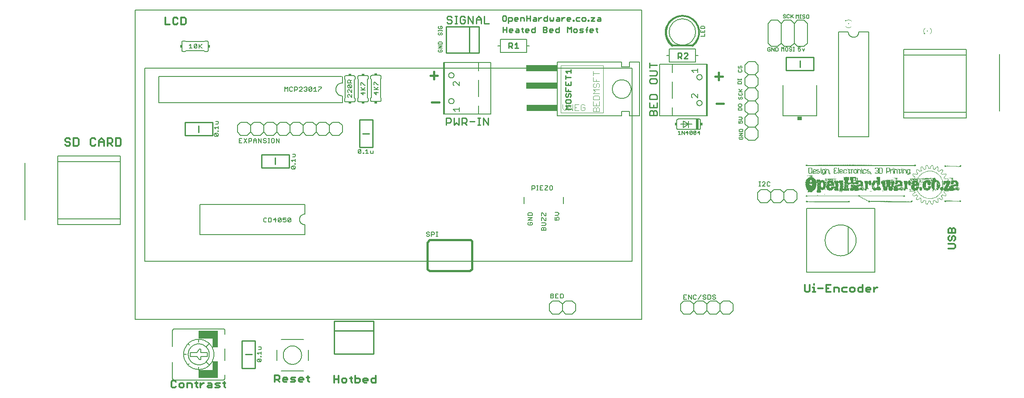
<source format=gto>
G75*
G70*
%OFA0B0*%
%FSLAX24Y24*%
%IPPOS*%
%LPD*%
%AMOC8*
5,1,8,0,0,1.08239X$1,22.5*
%
%ADD10R,0.0026X0.0026*%
%ADD11R,0.0052X0.0026*%
%ADD12R,0.0052X0.0026*%
%ADD13R,0.0104X0.0026*%
%ADD14R,0.0078X0.0026*%
%ADD15R,0.2756X0.0026*%
%ADD16R,0.1820X0.0026*%
%ADD17R,0.3328X0.0026*%
%ADD18R,0.2938X0.0026*%
%ADD19R,0.0156X0.0026*%
%ADD20R,0.0104X0.0026*%
%ADD21R,0.0130X0.0026*%
%ADD22R,0.1144X0.0026*%
%ADD23R,0.1040X0.0026*%
%ADD24R,0.0442X0.0026*%
%ADD25R,0.0416X0.0026*%
%ADD26R,0.7540X0.0026*%
%ADD27R,0.5278X0.0026*%
%ADD28R,0.0286X0.0026*%
%ADD29R,0.0338X0.0026*%
%ADD30R,0.0312X0.0026*%
%ADD31R,0.0182X0.0026*%
%ADD32R,0.0364X0.0026*%
%ADD33R,0.0234X0.0026*%
%ADD34R,0.0260X0.0026*%
%ADD35R,0.0390X0.0026*%
%ADD36R,0.0442X0.0026*%
%ADD37R,0.0364X0.0026*%
%ADD38R,0.0208X0.0026*%
%ADD39R,0.0806X0.0026*%
%ADD40R,0.0494X0.0026*%
%ADD41R,0.0312X0.0026*%
%ADD42R,0.0754X0.0026*%
%ADD43R,0.0182X0.0026*%
%ADD44R,0.0858X0.0026*%
%ADD45R,0.0572X0.0026*%
%ADD46R,0.0624X0.0026*%
%ADD47R,0.0910X0.0026*%
%ADD48R,0.0598X0.0026*%
%ADD49R,0.0468X0.0026*%
%ADD50R,0.0650X0.0026*%
%ADD51R,0.0520X0.0026*%
%ADD52R,0.0676X0.0026*%
%ADD53R,0.0780X0.0026*%
%ADD54R,0.0546X0.0026*%
%ADD55R,0.1014X0.0026*%
%ADD56R,0.0702X0.0026*%
%ADD57R,0.0234X0.0026*%
%ADD58R,0.0728X0.0026*%
%ADD59R,0.0936X0.0026*%
%ADD60R,0.0572X0.0026*%
%ADD61R,0.0832X0.0026*%
%ADD62R,0.1066X0.0026*%
%ADD63R,0.0702X0.0026*%
%ADD64R,0.0494X0.0026*%
%ADD65R,0.0962X0.0026*%
%ADD66R,0.8372X0.0026*%
%ADD67C,0.0080*%
%ADD68C,0.0130*%
%ADD69C,0.0160*%
%ADD70C,0.0070*%
%ADD71C,0.0110*%
%ADD72C,0.0170*%
%ADD73C,0.0050*%
%ADD74C,0.0090*%
%ADD75C,0.0120*%
%ADD76C,0.0060*%
%ADD77R,0.0200X0.0150*%
%ADD78R,0.0400X0.1250*%
%ADD79R,0.1050X0.0600*%
%ADD80R,0.0150X0.0200*%
%ADD81C,0.0100*%
%ADD82C,0.0020*%
%ADD83R,0.2350X0.0500*%
%ADD84C,0.0040*%
%ADD85C,0.0010*%
%ADD86R,0.0200X0.0800*%
%ADD87R,0.0340X0.0300*%
%ADD88R,0.0079X0.0079*%
%ADD89R,0.0098X0.0059*%
%ADD90R,0.0059X0.0098*%
D10*
X059720Y014794D03*
X059902Y014716D03*
X059980Y014716D03*
X060032Y014716D03*
X060084Y014716D03*
X060136Y014716D03*
X060578Y015210D03*
X060552Y015236D03*
X061046Y015184D03*
X061098Y015184D03*
X061150Y015184D03*
X061202Y015184D03*
X061254Y015184D03*
X061306Y015184D03*
X061358Y015184D03*
X061410Y015184D03*
X061098Y015262D03*
X061098Y015288D03*
X061124Y015626D03*
X061098Y015652D03*
X061098Y015678D03*
X061150Y015704D03*
X061176Y015626D03*
X061488Y015574D03*
X061514Y015938D03*
X061566Y015938D03*
X061618Y015938D03*
X061670Y015938D03*
X061800Y015912D03*
X061826Y015756D03*
X061826Y015730D03*
X061904Y015574D03*
X061982Y015574D03*
X062034Y015522D03*
X062060Y015574D03*
X062138Y015574D03*
X062242Y015574D03*
X062294Y015574D03*
X062346Y015574D03*
X062372Y015548D03*
X062398Y015574D03*
X062450Y015574D03*
X062580Y015574D03*
X062632Y015574D03*
X062684Y015574D03*
X062736Y015574D03*
X062788Y015574D03*
X062840Y015574D03*
X062892Y015574D03*
X062944Y015574D03*
X063048Y015574D03*
X063100Y015574D03*
X063152Y015574D03*
X063204Y015574D03*
X063256Y015574D03*
X062892Y015756D03*
X062892Y015782D03*
X062866Y015808D03*
X062840Y015782D03*
X062788Y015782D03*
X062580Y015886D03*
X062580Y015912D03*
X062580Y015938D03*
X062580Y015964D03*
X062580Y016042D03*
X062762Y016068D03*
X062840Y016094D03*
X063022Y016068D03*
X063100Y016016D03*
X063126Y016042D03*
X063178Y016068D03*
X063204Y016094D03*
X063152Y016120D03*
X063334Y016016D03*
X063334Y016328D03*
X063360Y016354D03*
X063360Y016380D03*
X063360Y016406D03*
X063438Y016458D03*
X063516Y016458D03*
X063568Y016406D03*
X063620Y016406D03*
X063516Y016380D03*
X063438Y016874D03*
X063620Y016978D03*
X063620Y017082D03*
X063620Y017238D03*
X063906Y017238D03*
X063906Y017290D03*
X063906Y017524D03*
X063854Y017524D03*
X063802Y017524D03*
X063750Y017524D03*
X063698Y017524D03*
X063646Y017524D03*
X063594Y017524D03*
X063542Y017524D03*
X063490Y017524D03*
X063438Y017524D03*
X063386Y017524D03*
X063958Y017524D03*
X064010Y017524D03*
X064062Y017524D03*
X064114Y017524D03*
X064166Y017524D03*
X064244Y017524D03*
X064322Y017524D03*
X064400Y017524D03*
X064478Y017524D03*
X064582Y017524D03*
X064686Y017524D03*
X064452Y017056D03*
X064270Y017004D03*
X064140Y016874D03*
X064088Y016874D03*
X064036Y016874D03*
X063932Y016952D03*
X063932Y016978D03*
X063828Y016978D03*
X063828Y017004D03*
X063854Y016874D03*
X063152Y016874D03*
X063048Y016978D03*
X062944Y016874D03*
X062762Y016900D03*
X062788Y016978D03*
X062788Y017004D03*
X062840Y017238D03*
X062710Y017524D03*
X062580Y017524D03*
X062450Y017524D03*
X062398Y017524D03*
X062346Y017524D03*
X062294Y017524D03*
X062242Y017524D03*
X062190Y017524D03*
X062138Y017524D03*
X062086Y017524D03*
X062034Y017524D03*
X061982Y017524D03*
X061930Y017524D03*
X061878Y017524D03*
X061826Y017524D03*
X061774Y017524D03*
X061722Y017524D03*
X061670Y017524D03*
X061618Y017524D03*
X061566Y017524D03*
X061514Y017524D03*
X061462Y017524D03*
X061410Y017524D03*
X061358Y017524D03*
X061306Y017524D03*
X061254Y017524D03*
X061202Y017524D03*
X061150Y017524D03*
X061098Y017524D03*
X061046Y017524D03*
X060994Y017524D03*
X060942Y017524D03*
X060890Y017524D03*
X060838Y017524D03*
X060786Y017524D03*
X060734Y017524D03*
X060682Y017524D03*
X060630Y017524D03*
X060552Y017524D03*
X060448Y017524D03*
X060630Y017056D03*
X060630Y016874D03*
X060838Y016874D03*
X060812Y016978D03*
X060812Y017030D03*
X060812Y017056D03*
X060994Y016874D03*
X061202Y016874D03*
X061410Y016874D03*
X061410Y016900D03*
X061410Y016926D03*
X061462Y016926D03*
X061826Y016874D03*
X061878Y016874D03*
X061930Y016874D03*
X062164Y016874D03*
X062138Y017004D03*
X062138Y017030D03*
X062138Y017056D03*
X062372Y017004D03*
X062424Y016900D03*
X062528Y016900D03*
X062450Y017108D03*
X062554Y016588D03*
X062606Y016588D03*
X062476Y016302D03*
X062060Y016328D03*
X061956Y016354D03*
X061904Y016380D03*
X061930Y016406D03*
X061748Y016354D03*
X061696Y016406D03*
X061878Y016588D03*
X061826Y016146D03*
X061514Y016146D03*
X061358Y016380D03*
X061280Y016380D03*
X061254Y016354D03*
X061228Y016380D03*
X061202Y016354D03*
X061280Y016432D03*
X061306Y016484D03*
X061410Y016484D03*
X061202Y016224D03*
X061202Y016198D03*
X061228Y016172D03*
X061228Y016146D03*
X061228Y016120D03*
X061228Y016094D03*
X061228Y016068D03*
X060630Y016198D03*
X060552Y016120D03*
X060422Y016406D03*
X060058Y016250D03*
X060006Y016250D03*
X060032Y015990D03*
X059746Y015626D03*
X060032Y016614D03*
X060032Y016744D03*
X059954Y016744D03*
X059902Y016718D03*
X059876Y016744D03*
X059902Y016874D03*
X059954Y016874D03*
X060006Y016874D03*
X060110Y016744D03*
X060214Y016874D03*
X060266Y016874D03*
X060318Y016874D03*
X060344Y017004D03*
X060110Y017108D03*
X060110Y017134D03*
X059954Y017290D03*
X061098Y017108D03*
X061098Y017082D03*
X062138Y015964D03*
X062138Y015912D03*
X062294Y015470D03*
X063828Y015834D03*
X063958Y015730D03*
X064010Y015704D03*
X064010Y015756D03*
X064088Y015782D03*
X064322Y015704D03*
X064374Y015704D03*
X064426Y015704D03*
X064582Y015522D03*
X064582Y015496D03*
X064634Y015522D03*
X064686Y015496D03*
X064894Y015574D03*
X064894Y015808D03*
X064920Y015834D03*
X064894Y015860D03*
X064894Y015886D03*
X064816Y015912D03*
X064712Y015886D03*
X064686Y015964D03*
X064894Y016016D03*
X064946Y016172D03*
X065284Y016016D03*
X065466Y016094D03*
X065440Y016302D03*
X065518Y016354D03*
X065544Y016380D03*
X065596Y016380D03*
X065570Y016328D03*
X065596Y016302D03*
X065622Y016328D03*
X065648Y016354D03*
X065830Y016406D03*
X065908Y016406D03*
X066012Y016406D03*
X066194Y016406D03*
X066194Y016354D03*
X066194Y016328D03*
X066168Y016302D03*
X066246Y016302D03*
X066246Y016354D03*
X066246Y016406D03*
X066324Y016406D03*
X066376Y016302D03*
X066506Y016328D03*
X066506Y016380D03*
X066558Y016406D03*
X066324Y016536D03*
X066350Y016874D03*
X066428Y016874D03*
X066636Y016926D03*
X066662Y016874D03*
X066792Y016874D03*
X067000Y016952D03*
X067000Y016978D03*
X067078Y017030D03*
X067078Y017238D03*
X066974Y017238D03*
X066974Y017290D03*
X066688Y017238D03*
X066324Y017134D03*
X066324Y017108D03*
X066116Y017056D03*
X066116Y017004D03*
X066116Y016952D03*
X066116Y016900D03*
X066116Y016874D03*
X066038Y017082D03*
X066038Y017160D03*
X066116Y017212D03*
X065882Y017290D03*
X065492Y016978D03*
X065414Y016874D03*
X065362Y016874D03*
X065310Y016874D03*
X065258Y016874D03*
X065076Y016874D03*
X064608Y016926D03*
X065310Y017290D03*
X065362Y017290D03*
X067286Y017056D03*
X067312Y016874D03*
X067468Y016874D03*
X067572Y017030D03*
X067572Y017082D03*
X067858Y016874D03*
X067832Y016822D03*
X067806Y016796D03*
X067806Y016770D03*
X067832Y016744D03*
X067858Y016718D03*
X067884Y016692D03*
X067962Y016614D03*
X067988Y016588D03*
X067962Y016562D03*
X067962Y016536D03*
X067936Y016510D03*
X067806Y016510D03*
X067702Y016458D03*
X067650Y016406D03*
X067598Y016380D03*
X067624Y016328D03*
X067676Y016224D03*
X067702Y016172D03*
X067702Y016068D03*
X067676Y016042D03*
X067962Y015938D03*
X068014Y015938D03*
X068066Y015912D03*
X068144Y015938D03*
X068196Y015938D03*
X068248Y015938D03*
X068248Y015912D03*
X068300Y015808D03*
X068144Y015600D03*
X068170Y015574D03*
X068170Y015548D03*
X068196Y015522D03*
X068196Y015496D03*
X068222Y015470D03*
X068248Y015444D03*
X068248Y015418D03*
X068274Y015392D03*
X068300Y015366D03*
X068326Y015314D03*
X068352Y015288D03*
X068378Y015262D03*
X068508Y015158D03*
X068352Y015028D03*
X068326Y014976D03*
X068456Y014950D03*
X068456Y014924D03*
X068456Y014898D03*
X068430Y014872D03*
X068430Y014846D03*
X068430Y014820D03*
X068430Y014794D03*
X068430Y014768D03*
X068430Y014742D03*
X068430Y014716D03*
X068430Y014690D03*
X068508Y014638D03*
X068534Y014664D03*
X068612Y014742D03*
X068638Y014768D03*
X068638Y014794D03*
X068664Y014820D03*
X068794Y014794D03*
X068794Y014768D03*
X068794Y014742D03*
X068794Y014716D03*
X068794Y014690D03*
X068794Y014664D03*
X068794Y014638D03*
X068820Y014612D03*
X068820Y014586D03*
X068820Y014560D03*
X068846Y014534D03*
X068872Y014560D03*
X068924Y014560D03*
X068950Y014586D03*
X068950Y014612D03*
X068976Y014638D03*
X069002Y014664D03*
X069002Y014690D03*
X069002Y014716D03*
X069002Y014742D03*
X069054Y014794D03*
X069106Y014794D03*
X069158Y014742D03*
X069158Y014716D03*
X069184Y014690D03*
X069184Y014664D03*
X069184Y014638D03*
X069210Y014612D03*
X069236Y014560D03*
X069288Y014560D03*
X069340Y014560D03*
X069340Y014534D03*
X069340Y014586D03*
X069366Y014612D03*
X069366Y014638D03*
X069366Y014664D03*
X069366Y014690D03*
X069366Y014716D03*
X069366Y014742D03*
X069366Y014768D03*
X069366Y014794D03*
X069522Y014794D03*
X069522Y014820D03*
X069548Y014768D03*
X069730Y014768D03*
X069730Y014742D03*
X069756Y014716D03*
X069730Y014690D03*
X069730Y014794D03*
X069730Y014820D03*
X069730Y014846D03*
X069730Y014872D03*
X069730Y014898D03*
X069704Y014924D03*
X069756Y014976D03*
X069886Y014950D03*
X070068Y014976D03*
X070068Y015002D03*
X070068Y015028D03*
X070042Y015054D03*
X070042Y015080D03*
X070016Y015106D03*
X069990Y015158D03*
X070016Y015210D03*
X070068Y015262D03*
X069912Y015366D03*
X069886Y015340D03*
X069860Y015314D03*
X069834Y015288D03*
X069808Y015262D03*
X069782Y015236D03*
X069756Y015210D03*
X069938Y015418D03*
X069964Y015444D03*
X069964Y015470D03*
X069990Y015496D03*
X069990Y015522D03*
X070016Y015548D03*
X070172Y015574D03*
X070224Y015548D03*
X070224Y015522D03*
X070224Y015496D03*
X070198Y015470D03*
X070198Y015444D03*
X070250Y015392D03*
X070276Y015366D03*
X070302Y015340D03*
X070328Y015314D03*
X070328Y015288D03*
X070354Y015262D03*
X070354Y015236D03*
X070328Y015210D03*
X070094Y014950D03*
X070094Y014924D03*
X070068Y014898D03*
X070302Y014716D03*
X070718Y014794D03*
X070770Y014794D03*
X070822Y014794D03*
X071290Y014742D03*
X071316Y014768D03*
X071264Y015704D03*
X071264Y015756D03*
X071212Y015730D03*
X071264Y015834D03*
X071342Y015782D03*
X071082Y015834D03*
X070588Y015886D03*
X070510Y015834D03*
X070562Y015574D03*
X070406Y015574D03*
X070354Y015574D03*
X070120Y015860D03*
X070120Y015886D03*
X070120Y015912D03*
X070120Y015938D03*
X070120Y015964D03*
X070120Y015990D03*
X070120Y016016D03*
X070120Y016042D03*
X070068Y016042D03*
X070068Y016016D03*
X070068Y015990D03*
X070068Y015938D03*
X070068Y015860D03*
X070198Y015912D03*
X070172Y015990D03*
X070120Y016094D03*
X070068Y016094D03*
X070068Y016146D03*
X070068Y016198D03*
X070120Y016198D03*
X070120Y016146D03*
X070016Y016250D03*
X070068Y016328D03*
X070068Y016354D03*
X070068Y016380D03*
X070042Y016406D03*
X070042Y016432D03*
X070016Y016458D03*
X070016Y016484D03*
X069990Y016510D03*
X069990Y016536D03*
X069964Y016562D03*
X069964Y016588D03*
X069938Y016614D03*
X069912Y016640D03*
X069886Y016692D03*
X069860Y016718D03*
X069834Y016744D03*
X069808Y016770D03*
X069782Y016796D03*
X069756Y016822D03*
X069678Y016874D03*
X069808Y017030D03*
X069834Y017056D03*
X069860Y017082D03*
X069730Y017082D03*
X069704Y017108D03*
X069704Y017134D03*
X069730Y017160D03*
X069730Y017186D03*
X069730Y017212D03*
X069730Y017238D03*
X069730Y017264D03*
X069756Y017290D03*
X069730Y017316D03*
X069756Y017342D03*
X069600Y017342D03*
X069574Y017316D03*
X069548Y017290D03*
X069522Y017238D03*
X069496Y017186D03*
X069366Y017264D03*
X069366Y017290D03*
X069366Y017316D03*
X069366Y017342D03*
X069366Y017368D03*
X069366Y017394D03*
X069366Y017420D03*
X069340Y017446D03*
X069340Y017472D03*
X069236Y017472D03*
X069210Y017446D03*
X069210Y017420D03*
X069184Y017394D03*
X069184Y017368D03*
X069158Y017342D03*
X069158Y017316D03*
X069158Y017290D03*
X069002Y017290D03*
X069002Y017316D03*
X069002Y017342D03*
X069002Y017368D03*
X068976Y017394D03*
X068976Y017420D03*
X068950Y017446D03*
X068924Y017472D03*
X068820Y017472D03*
X068820Y017446D03*
X068820Y017420D03*
X068794Y017394D03*
X068794Y017368D03*
X068794Y017342D03*
X068794Y017316D03*
X068794Y017290D03*
X068794Y017264D03*
X068794Y017238D03*
X068664Y017186D03*
X068638Y017238D03*
X068638Y017264D03*
X068612Y017290D03*
X068586Y017316D03*
X068560Y017342D03*
X068534Y017368D03*
X068430Y017342D03*
X068430Y017316D03*
X068430Y017290D03*
X068430Y017264D03*
X068430Y017238D03*
X068430Y017212D03*
X068430Y017186D03*
X068456Y017160D03*
X068456Y017134D03*
X068352Y017030D03*
X068326Y017056D03*
X068300Y017082D03*
X068274Y017108D03*
X068144Y017186D03*
X068118Y017160D03*
X068092Y017134D03*
X068092Y017108D03*
X068092Y017082D03*
X068092Y017056D03*
X068092Y017030D03*
X068118Y017004D03*
X068118Y016978D03*
X068144Y016952D03*
X068170Y016874D03*
X068352Y016744D03*
X068326Y016692D03*
X068300Y016666D03*
X068274Y016640D03*
X068248Y016614D03*
X068248Y016588D03*
X068222Y016562D03*
X068196Y016510D03*
X068222Y016354D03*
X068222Y016328D03*
X068326Y016224D03*
X068352Y016198D03*
X068378Y016224D03*
X068300Y016146D03*
X068300Y016120D03*
X068404Y016068D03*
X068456Y016042D03*
X068482Y016328D03*
X068430Y016354D03*
X068378Y016380D03*
X068404Y016406D03*
X068456Y016432D03*
X068456Y016484D03*
X068482Y016510D03*
X068534Y016510D03*
X068586Y016510D03*
X068586Y016484D03*
X068638Y016510D03*
X068638Y016536D03*
X068820Y016536D03*
X068872Y016536D03*
X068950Y016536D03*
X068950Y016432D03*
X068898Y016432D03*
X069002Y016406D03*
X069054Y016432D03*
X069132Y016458D03*
X069158Y016484D03*
X069210Y016484D03*
X069184Y016536D03*
X069132Y016536D03*
X069262Y016536D03*
X069236Y016432D03*
X069236Y016380D03*
X069184Y016380D03*
X069132Y016328D03*
X069262Y016328D03*
X069288Y016380D03*
X069288Y016406D03*
X069730Y016328D03*
X069782Y016302D03*
X069808Y016250D03*
X069444Y016016D03*
X069444Y015990D03*
X069600Y015782D03*
X069522Y015704D03*
X069418Y015600D03*
X069340Y015600D03*
X069340Y015574D03*
X068898Y015574D03*
X068846Y015574D03*
X068768Y015600D03*
X068768Y015652D03*
X068716Y015626D03*
X068612Y015782D03*
X068794Y015808D03*
X069106Y015964D03*
X069158Y015990D03*
X069782Y015704D03*
X069808Y015730D03*
X070328Y016120D03*
X070536Y016406D03*
X070510Y016432D03*
X070510Y016458D03*
X070588Y016536D03*
X070770Y016432D03*
X070822Y016406D03*
X070874Y016406D03*
X070744Y016354D03*
X070354Y016510D03*
X070224Y016510D03*
X070224Y016536D03*
X070198Y016562D03*
X070198Y016588D03*
X070250Y016640D03*
X070276Y016666D03*
X070302Y016692D03*
X070302Y016718D03*
X070328Y016744D03*
X070354Y016770D03*
X070354Y016796D03*
X070328Y016848D03*
X070302Y016874D03*
X070042Y016822D03*
X070016Y016848D03*
X069990Y016874D03*
X069990Y016900D03*
X070016Y016926D03*
X070042Y016952D03*
X070042Y016978D03*
X070068Y017004D03*
X070068Y017030D03*
X070068Y017056D03*
X070094Y017082D03*
X070094Y017108D03*
X070042Y017186D03*
X070276Y017498D03*
X070432Y017472D03*
X070484Y017472D03*
X070562Y017472D03*
X071186Y017420D03*
X071212Y017446D03*
X068508Y016874D03*
X068430Y016796D03*
X067832Y016380D03*
X067754Y016380D03*
X067988Y016146D03*
X067078Y015782D03*
X067000Y015808D03*
X067000Y015834D03*
X066922Y015912D03*
X066818Y015860D03*
X066324Y015730D03*
X066298Y015678D03*
X065856Y015548D03*
X065752Y015574D03*
X065648Y015574D03*
X065570Y015522D03*
X065518Y015522D03*
X065518Y015548D03*
X065492Y015574D03*
X065310Y015600D03*
X065258Y015600D03*
X065206Y015600D03*
X065154Y015600D03*
X065726Y016016D03*
X066142Y016094D03*
X067312Y015704D03*
X067364Y015704D03*
X067416Y015704D03*
X067572Y015678D03*
X067572Y015652D03*
X067624Y015704D03*
X067650Y015652D03*
X067676Y015678D03*
X067650Y015600D03*
X067650Y015574D03*
X067624Y015522D03*
X067598Y015496D03*
X067572Y015522D03*
X067676Y015496D03*
X067858Y015340D03*
X067858Y015314D03*
X067832Y015288D03*
X067806Y015262D03*
X067806Y015236D03*
X067832Y015210D03*
X067884Y015366D03*
X067910Y015392D03*
X067962Y015470D03*
X067962Y015496D03*
X067936Y015522D03*
X067936Y015548D03*
X067988Y015574D03*
X068092Y015262D03*
X068144Y015210D03*
X068170Y015184D03*
X068170Y015132D03*
X068144Y015106D03*
X068144Y015080D03*
X068118Y015054D03*
X068118Y015028D03*
X068092Y015002D03*
X068092Y014976D03*
X068092Y014950D03*
X067572Y014742D03*
X067520Y014742D03*
X067468Y014742D03*
X067130Y015106D03*
X066974Y015184D03*
X066922Y015184D03*
X066194Y014768D03*
X066116Y014768D03*
X066064Y014768D03*
X066012Y014768D03*
X065960Y014768D03*
X065908Y014768D03*
X065752Y014716D03*
X065700Y014716D03*
X065648Y014716D03*
X065544Y014716D03*
X065414Y014716D03*
X064478Y014690D03*
X068430Y015574D03*
X067962Y017446D03*
D11*
X068391Y017056D03*
X068547Y016900D03*
X068391Y016770D03*
X068157Y016848D03*
X068131Y016822D03*
X068027Y016822D03*
X068157Y016926D03*
X067897Y016666D03*
X067767Y016458D03*
X068131Y016354D03*
X068157Y016380D03*
X068521Y016458D03*
X068521Y016484D03*
X068521Y016224D03*
X068677Y015808D03*
X069197Y016328D03*
X069197Y016406D03*
X069067Y016380D03*
X069717Y016848D03*
X069561Y016952D03*
X069431Y017004D03*
X069717Y017368D03*
X070081Y017134D03*
X070341Y016822D03*
X070211Y016614D03*
X070471Y016354D03*
X070497Y016380D03*
X070731Y016484D03*
X070757Y016328D03*
X070211Y016042D03*
X070081Y016224D03*
X070081Y016250D03*
X069717Y015756D03*
X069717Y015184D03*
X069691Y015158D03*
X069561Y015080D03*
X069717Y014950D03*
X069847Y014976D03*
X069951Y014898D03*
X069587Y014716D03*
X069561Y014742D03*
X069041Y014768D03*
X068911Y014534D03*
X068547Y014690D03*
X068417Y014976D03*
X068287Y014950D03*
X068261Y014924D03*
X068417Y015236D03*
X068547Y015132D03*
X068001Y015210D03*
X066311Y015704D03*
X066077Y015574D03*
X065271Y016042D03*
X064777Y015886D03*
X063347Y016198D03*
X063087Y016120D03*
X063061Y016094D03*
X062827Y016068D03*
X062801Y015808D03*
X062411Y015522D03*
X061241Y016302D03*
X061137Y016328D03*
X061137Y016380D03*
X061137Y016458D03*
X061111Y016874D03*
X061111Y016952D03*
X061111Y016978D03*
X061111Y017004D03*
X061111Y017030D03*
X061111Y017056D03*
X061371Y017160D03*
X061397Y017108D03*
X061397Y017082D03*
X061397Y017056D03*
X061397Y017030D03*
X061397Y017004D03*
X061397Y016978D03*
X061397Y016952D03*
X062047Y016952D03*
X062047Y016978D03*
X062151Y016978D03*
X062151Y016952D03*
X062151Y016926D03*
X062151Y016900D03*
X062437Y017082D03*
X062437Y017134D03*
X062541Y017134D03*
X062541Y017108D03*
X062541Y017082D03*
X062541Y017056D03*
X062541Y017030D03*
X062541Y017004D03*
X062541Y016978D03*
X062541Y016952D03*
X062541Y016926D03*
X062567Y017160D03*
X062931Y017160D03*
X062931Y017134D03*
X062931Y017108D03*
X062931Y017082D03*
X062931Y017056D03*
X062931Y017030D03*
X062931Y017004D03*
X062931Y016978D03*
X062931Y016952D03*
X062931Y016926D03*
X063321Y016952D03*
X063321Y016978D03*
X063321Y017004D03*
X063321Y017030D03*
X063321Y017056D03*
X063321Y017082D03*
X063321Y017108D03*
X063321Y017134D03*
X063347Y017160D03*
X063607Y017108D03*
X063607Y017056D03*
X063607Y017030D03*
X063607Y017004D03*
X063607Y016952D03*
X063607Y016926D03*
X063607Y016900D03*
X063841Y016900D03*
X063841Y016926D03*
X063841Y016952D03*
X063607Y017212D03*
X063321Y017524D03*
X063087Y017524D03*
X062931Y017524D03*
X062021Y017264D03*
X060721Y016978D03*
X060721Y016952D03*
X060591Y017212D03*
X060487Y017134D03*
X060227Y017160D03*
X060201Y017134D03*
X060201Y017108D03*
X060201Y017082D03*
X060201Y017056D03*
X060201Y016978D03*
X060201Y016952D03*
X060201Y016926D03*
X060097Y017160D03*
X060097Y017186D03*
X060097Y017212D03*
X060097Y017238D03*
X060097Y017264D03*
X059967Y016718D03*
X059967Y015470D03*
X059811Y015470D03*
X060201Y014716D03*
X063841Y015080D03*
X063971Y015002D03*
X064127Y014924D03*
X064231Y014872D03*
X065817Y014716D03*
X066311Y016302D03*
X066467Y016484D03*
X066571Y016458D03*
X066337Y016900D03*
X066337Y016926D03*
X066337Y016952D03*
X066337Y016978D03*
X066337Y017004D03*
X066337Y017030D03*
X066337Y017056D03*
X066311Y017082D03*
X066311Y017160D03*
X066311Y017186D03*
X066311Y017212D03*
X066311Y017238D03*
X066311Y017290D03*
X066051Y017134D03*
X066051Y017108D03*
X065817Y017108D03*
X065817Y017082D03*
X065817Y017056D03*
X065817Y016978D03*
X065817Y016952D03*
X065817Y016926D03*
X065817Y016900D03*
X065817Y017134D03*
X065817Y017160D03*
X065817Y017186D03*
X065817Y017212D03*
X065817Y017238D03*
X065817Y017264D03*
X065817Y017290D03*
X065167Y017238D03*
X065167Y017212D03*
X065167Y017186D03*
X065167Y017160D03*
X065167Y017134D03*
X065141Y017108D03*
X065167Y017004D03*
X065167Y016978D03*
X065167Y016952D03*
X065141Y017264D03*
X064231Y017134D03*
X064231Y017108D03*
X064257Y016978D03*
X064257Y016952D03*
X064621Y016900D03*
X063581Y016458D03*
X063581Y016432D03*
X063581Y016380D03*
X065687Y016380D03*
X065791Y016380D03*
X066987Y016926D03*
X066987Y017004D03*
X066987Y017030D03*
X066987Y017056D03*
X066987Y017082D03*
X066987Y017108D03*
X066987Y017134D03*
X066987Y017160D03*
X066987Y017186D03*
X066987Y017212D03*
X067091Y017212D03*
X067091Y017134D03*
X067091Y017108D03*
X067091Y017082D03*
X067091Y017056D03*
X067091Y017004D03*
X067091Y016978D03*
X067091Y016952D03*
X067091Y016926D03*
X067091Y016900D03*
X067377Y016952D03*
X067377Y016978D03*
X067377Y017004D03*
X067377Y017030D03*
X067377Y017056D03*
X067377Y017082D03*
X067377Y017108D03*
X067377Y017134D03*
X066597Y017160D03*
X070211Y015418D03*
X071147Y015626D03*
D12*
X071303Y015678D03*
X071329Y015704D03*
X071329Y015756D03*
X071173Y015912D03*
X070445Y016328D03*
X070835Y016380D03*
X070835Y016432D03*
X070835Y016458D03*
X070133Y016822D03*
X069899Y016666D03*
X069639Y016900D03*
X069613Y016926D03*
X069769Y017056D03*
X069899Y017108D03*
X069925Y017134D03*
X069665Y017394D03*
X069639Y017368D03*
X069535Y017264D03*
X069379Y017238D03*
X068703Y016978D03*
X068599Y016926D03*
X068469Y016848D03*
X068443Y016822D03*
X068339Y016718D03*
X068209Y016536D03*
X068313Y016432D03*
X068313Y016328D03*
X068365Y016250D03*
X068443Y016172D03*
X068573Y016250D03*
X068599Y015808D03*
X068079Y015938D03*
X067923Y015574D03*
X067975Y015444D03*
X067949Y015418D03*
X068183Y015158D03*
X068313Y015340D03*
X068443Y015210D03*
X068469Y015184D03*
X068599Y015106D03*
X068703Y015054D03*
X068365Y015002D03*
X068209Y014898D03*
X068105Y014898D03*
X068079Y014924D03*
X068469Y014664D03*
X068573Y014716D03*
X069223Y014586D03*
X069275Y014534D03*
X069613Y014690D03*
X069925Y014924D03*
X070003Y015132D03*
X070003Y015184D03*
X069925Y015392D03*
X070029Y015574D03*
X069613Y015730D03*
X069509Y015652D03*
X069535Y015626D03*
X069535Y015600D03*
X069405Y015626D03*
X069353Y015548D03*
X069639Y015132D03*
X069613Y015106D03*
X067403Y014742D03*
X065895Y014716D03*
X065843Y014768D03*
X065765Y014768D03*
X064179Y014898D03*
X064075Y014950D03*
X064023Y014976D03*
X063789Y015106D03*
X063893Y015626D03*
X064075Y015704D03*
X064075Y015756D03*
X063919Y015912D03*
X064205Y015964D03*
X064699Y015938D03*
X064699Y015912D03*
X064725Y015860D03*
X064803Y015860D03*
X064855Y015834D03*
X064803Y016016D03*
X065583Y016354D03*
X066363Y016380D03*
X066415Y016900D03*
X066415Y016926D03*
X066415Y016952D03*
X066415Y016978D03*
X066415Y017004D03*
X066415Y017030D03*
X066415Y017056D03*
X066415Y017082D03*
X066415Y017108D03*
X066415Y017134D03*
X066415Y017212D03*
X066415Y017238D03*
X066623Y017108D03*
X066623Y017082D03*
X066623Y017056D03*
X066623Y017030D03*
X066623Y017004D03*
X066623Y016978D03*
X066623Y016952D03*
X066623Y016900D03*
X066779Y016926D03*
X066779Y016952D03*
X066779Y016978D03*
X066779Y017004D03*
X066779Y017030D03*
X066779Y017056D03*
X066779Y017082D03*
X066779Y017108D03*
X066779Y017134D03*
X066779Y017160D03*
X066883Y016978D03*
X066883Y016952D03*
X067013Y016900D03*
X067299Y016900D03*
X067299Y016926D03*
X067299Y016952D03*
X067299Y016978D03*
X067299Y017004D03*
X067299Y017030D03*
X067273Y017082D03*
X067273Y017108D03*
X067273Y017134D03*
X067559Y017134D03*
X067559Y017108D03*
X067559Y017160D03*
X067559Y017212D03*
X067585Y017056D03*
X067585Y017004D03*
X067585Y016978D03*
X067585Y016952D03*
X067585Y016874D03*
X067923Y016640D03*
X067923Y016380D03*
X067715Y016328D03*
X067689Y016354D03*
X067195Y015964D03*
X067065Y015756D03*
X067039Y015730D03*
X067065Y015704D03*
X066389Y015912D03*
X066363Y015860D03*
X066103Y016926D03*
X066103Y016978D03*
X066103Y017030D03*
X066103Y017082D03*
X066129Y017108D03*
X066129Y017134D03*
X066025Y017186D03*
X066025Y017212D03*
X066025Y017238D03*
X066025Y017264D03*
X066025Y017056D03*
X065479Y017056D03*
X065479Y017030D03*
X065479Y017004D03*
X065479Y016952D03*
X065479Y017082D03*
X065479Y017108D03*
X065479Y017134D03*
X065479Y017160D03*
X065479Y017186D03*
X065479Y017212D03*
X065479Y017238D03*
X065453Y017264D03*
X065245Y017264D03*
X065245Y017238D03*
X065245Y017212D03*
X065245Y017186D03*
X065245Y017160D03*
X065245Y017134D03*
X065245Y017108D03*
X065245Y017082D03*
X065245Y017056D03*
X065245Y017030D03*
X065245Y017004D03*
X065245Y016978D03*
X065245Y016952D03*
X065245Y016926D03*
X064933Y017238D03*
X064959Y017264D03*
X065245Y017290D03*
X064543Y016978D03*
X064543Y016952D03*
X064595Y016874D03*
X064595Y016848D03*
X064335Y017082D03*
X064335Y017108D03*
X064335Y017134D03*
X064335Y017160D03*
X064413Y017212D03*
X064049Y017160D03*
X064023Y017134D03*
X064023Y017108D03*
X064023Y017082D03*
X064023Y017056D03*
X064023Y017030D03*
X064023Y017004D03*
X064023Y016978D03*
X064023Y016952D03*
X064023Y016926D03*
X063945Y016926D03*
X063945Y016900D03*
X063919Y017004D03*
X063919Y017030D03*
X063919Y017056D03*
X063919Y017082D03*
X063919Y017108D03*
X063919Y017134D03*
X063919Y017160D03*
X063919Y017186D03*
X063919Y017212D03*
X063815Y017134D03*
X063815Y017108D03*
X063815Y017082D03*
X063815Y017056D03*
X063815Y017030D03*
X063789Y017160D03*
X063633Y017134D03*
X063529Y017134D03*
X063529Y017108D03*
X063529Y017082D03*
X063529Y017056D03*
X063529Y017030D03*
X063529Y017004D03*
X063529Y016978D03*
X063529Y016952D03*
X063503Y017160D03*
X063139Y017134D03*
X063139Y017108D03*
X063139Y017082D03*
X063139Y017056D03*
X063139Y017030D03*
X063139Y017004D03*
X063139Y016978D03*
X063139Y016952D03*
X063139Y016926D03*
X063139Y016900D03*
X063035Y016952D03*
X062775Y016952D03*
X062775Y017108D03*
X062749Y017134D03*
X062463Y016952D03*
X062229Y016952D03*
X062229Y016926D03*
X062229Y016978D03*
X062229Y017056D03*
X062229Y017082D03*
X062229Y017108D03*
X062229Y017134D03*
X062255Y017160D03*
X062125Y017160D03*
X062125Y017134D03*
X062125Y017108D03*
X062125Y017082D03*
X062125Y017186D03*
X062125Y017212D03*
X062125Y017238D03*
X062125Y017264D03*
X062125Y017290D03*
X061839Y017264D03*
X061813Y017238D03*
X061813Y017212D03*
X061813Y017186D03*
X061813Y017160D03*
X061813Y017134D03*
X061813Y017056D03*
X061813Y017030D03*
X061813Y017004D03*
X061813Y016978D03*
X061813Y016952D03*
X061813Y016926D03*
X061475Y016900D03*
X061475Y016874D03*
X061475Y016848D03*
X061189Y016900D03*
X061189Y016926D03*
X061189Y016952D03*
X061189Y016978D03*
X061189Y017004D03*
X061189Y017030D03*
X061189Y017056D03*
X061189Y017082D03*
X061189Y017108D03*
X061189Y017212D03*
X061189Y017238D03*
X061085Y017212D03*
X061085Y017160D03*
X061085Y017134D03*
X060903Y017134D03*
X060903Y017108D03*
X060903Y017082D03*
X060903Y017056D03*
X060903Y017030D03*
X060903Y017004D03*
X060903Y016978D03*
X060903Y016952D03*
X060825Y016952D03*
X060825Y016926D03*
X060825Y016900D03*
X060825Y017004D03*
X060799Y017082D03*
X060799Y017108D03*
X060799Y017134D03*
X060799Y017160D03*
X060799Y017186D03*
X060799Y017212D03*
X060799Y017238D03*
X060799Y017290D03*
X060513Y017160D03*
X060513Y017108D03*
X060513Y017082D03*
X060435Y017108D03*
X060409Y017082D03*
X060409Y017134D03*
X060409Y017160D03*
X060435Y016952D03*
X060123Y016952D03*
X060123Y016978D03*
X060123Y017004D03*
X060123Y017030D03*
X060123Y017056D03*
X060123Y017082D03*
X059889Y017082D03*
X059889Y017056D03*
X059889Y017030D03*
X059889Y017004D03*
X059889Y016978D03*
X059889Y016952D03*
X059889Y016926D03*
X059889Y017108D03*
X059889Y017134D03*
X059889Y017160D03*
X059889Y017186D03*
X059889Y017212D03*
X059889Y017238D03*
X059889Y017264D03*
X059889Y017290D03*
X059785Y016718D03*
X060539Y016198D03*
X061215Y016042D03*
X061735Y015938D03*
X061839Y016224D03*
X061839Y016328D03*
X061735Y016328D03*
X061683Y016380D03*
X061839Y016432D03*
X061449Y016380D03*
X061293Y016458D03*
X061215Y016458D03*
X061189Y016484D03*
X062905Y016588D03*
X062905Y016094D03*
X062983Y016094D03*
X063113Y015912D03*
X063113Y015834D03*
X063113Y015808D03*
X062385Y015470D03*
X061553Y015184D03*
X061475Y015184D03*
X060123Y015470D03*
X060045Y015470D03*
X059889Y015470D03*
X063139Y017212D03*
X063165Y017524D03*
X063243Y017524D03*
X063009Y017524D03*
X062853Y017524D03*
X062775Y017524D03*
X062645Y017524D03*
X062515Y017524D03*
X067975Y017550D03*
X068443Y017368D03*
X068495Y017394D03*
X068469Y017108D03*
X068443Y017082D03*
X068235Y017134D03*
X068183Y017160D03*
X068183Y016900D03*
X069639Y016328D03*
X069665Y016198D03*
X069665Y016172D03*
X069665Y016120D03*
X069665Y016068D03*
X069743Y016068D03*
X071433Y017394D03*
X071433Y017498D03*
D13*
X071433Y017472D03*
X071277Y017420D03*
X070263Y017420D03*
X070263Y017472D03*
X069457Y017212D03*
X069353Y017030D03*
X068885Y017498D03*
X067975Y017524D03*
X066883Y017160D03*
X065973Y017290D03*
X065115Y017290D03*
X064985Y017290D03*
X064387Y017186D03*
X064127Y017212D03*
X064361Y016926D03*
X063633Y017160D03*
X063425Y017212D03*
X063035Y017160D03*
X061865Y017290D03*
X061085Y016926D03*
X060565Y017186D03*
X060045Y017290D03*
X059707Y017524D03*
X060097Y016692D03*
X061501Y016484D03*
X061631Y016484D03*
X061813Y016458D03*
X061891Y016302D03*
X062437Y016328D03*
X062697Y016588D03*
X062671Y015990D03*
X062827Y015938D03*
X062645Y015808D03*
X063763Y015704D03*
X063997Y015626D03*
X063711Y015210D03*
X062931Y014768D03*
X062931Y014690D03*
X064465Y014716D03*
X064777Y015964D03*
X065141Y015964D03*
X065141Y015886D03*
X066571Y016484D03*
X067533Y016328D03*
X067663Y016432D03*
X068287Y016458D03*
X068417Y015834D03*
X068807Y015756D03*
X069691Y015652D03*
X069691Y016042D03*
X069847Y016016D03*
X070211Y016068D03*
X070211Y016094D03*
X070211Y016120D03*
X070263Y015574D03*
X070081Y015236D03*
X069353Y015002D03*
X069691Y014664D03*
X071407Y014794D03*
X071251Y015626D03*
X071017Y015704D03*
X067715Y014768D03*
X067143Y015132D03*
X060591Y015964D03*
X059707Y015184D03*
X059707Y015132D03*
X059733Y014768D03*
X059733Y014716D03*
D14*
X059720Y014690D03*
X059720Y015210D03*
X061566Y016016D03*
X061696Y016224D03*
X061852Y016354D03*
X061930Y016328D03*
X061930Y016458D03*
X062034Y016926D03*
X062424Y016926D03*
X062424Y017056D03*
X062424Y017160D03*
X062346Y017212D03*
X062658Y017212D03*
X062736Y017160D03*
X062762Y016926D03*
X063022Y016926D03*
X063152Y017160D03*
X063230Y017212D03*
X063360Y016926D03*
X063516Y016926D03*
X063724Y017212D03*
X064218Y017160D03*
X064374Y017056D03*
X064530Y017004D03*
X064530Y016926D03*
X064244Y016926D03*
X063568Y016510D03*
X063568Y016484D03*
X063438Y016510D03*
X063438Y016432D03*
X063438Y016406D03*
X063438Y016380D03*
X063438Y016354D03*
X062996Y016120D03*
X062918Y016068D03*
X062814Y016588D03*
X063672Y015912D03*
X064036Y015730D03*
X064062Y015678D03*
X064530Y015990D03*
X064712Y016016D03*
X064816Y015938D03*
X064738Y015834D03*
X064738Y015808D03*
X065128Y015938D03*
X065154Y015912D03*
X065128Y015990D03*
X065518Y016302D03*
X066090Y016328D03*
X066584Y016380D03*
X066584Y016432D03*
X066558Y016510D03*
X066870Y016926D03*
X067104Y017160D03*
X067182Y017212D03*
X067260Y017160D03*
X067390Y017160D03*
X067468Y017212D03*
X067390Y016926D03*
X067572Y016848D03*
X067624Y016458D03*
X067676Y016380D03*
X068170Y016406D03*
X068326Y016354D03*
X068378Y016302D03*
X068378Y016276D03*
X068404Y016328D03*
X068482Y016250D03*
X068560Y016354D03*
X068534Y016406D03*
X068404Y016458D03*
X068274Y016276D03*
X068170Y016224D03*
X067624Y015964D03*
X067624Y015626D03*
X067052Y015678D03*
X066662Y015912D03*
X066168Y015574D03*
X067130Y015210D03*
X068144Y014872D03*
X067728Y014794D03*
X068638Y015080D03*
X068768Y015028D03*
X068846Y015002D03*
X068768Y014820D03*
X068690Y014846D03*
X069132Y014768D03*
X069392Y014820D03*
X069470Y014846D03*
X069444Y015028D03*
X069496Y015054D03*
X069808Y015002D03*
X070016Y014872D03*
X070302Y014820D03*
X071420Y014820D03*
X070172Y015210D03*
X070484Y015574D03*
X070614Y015912D03*
X070926Y015912D03*
X071290Y015730D03*
X070094Y016068D03*
X070094Y016120D03*
X070094Y016172D03*
X070068Y016276D03*
X070068Y016302D03*
X069834Y016068D03*
X069834Y016042D03*
X069652Y016146D03*
X069678Y016354D03*
X068794Y015782D03*
X068794Y015626D03*
X068690Y015652D03*
X069600Y015756D03*
X069704Y015730D03*
X069678Y015626D03*
X069808Y015756D03*
X070822Y016484D03*
X070822Y016510D03*
X070068Y016796D03*
X069496Y016978D03*
X068768Y017004D03*
X068638Y016952D03*
X068092Y016796D03*
X066610Y017134D03*
X066428Y017160D03*
X066220Y017212D03*
X066142Y017160D03*
X065440Y017290D03*
X065128Y017082D03*
X065128Y017030D03*
X065154Y016926D03*
X065466Y016926D03*
X064530Y016328D03*
X063880Y015054D03*
X063932Y015028D03*
X063724Y015132D03*
X064270Y014846D03*
X064322Y014820D03*
X064374Y014794D03*
X064478Y014794D03*
X060526Y016250D03*
X060110Y016614D03*
X060110Y016640D03*
X060084Y016926D03*
X060396Y016926D03*
X060396Y017056D03*
X060318Y017212D03*
X060708Y017004D03*
X060708Y016926D03*
X060916Y016926D03*
X061098Y016848D03*
X061202Y017134D03*
X061202Y017160D03*
X061306Y017212D03*
X061384Y017134D03*
X060994Y017212D03*
X060916Y017160D03*
X061982Y017290D03*
X059720Y017550D03*
X070276Y017394D03*
D15*
X061631Y014716D03*
D16*
X066857Y014716D03*
D17*
X061319Y014742D03*
D18*
X065882Y014742D03*
D19*
X064465Y014768D03*
X063971Y015600D03*
X064205Y015704D03*
X064543Y016016D03*
X064543Y016042D03*
X064855Y016302D03*
X064881Y016328D03*
X066233Y015938D03*
X066259Y015990D03*
X066519Y015912D03*
X066935Y015860D03*
X066935Y015704D03*
X067195Y015704D03*
X067533Y016042D03*
X067533Y016302D03*
X067845Y016406D03*
X068027Y016406D03*
X067845Y016094D03*
X068417Y015808D03*
X068417Y015626D03*
X068417Y015600D03*
X069275Y015990D03*
X069379Y015704D03*
X069691Y015678D03*
X069795Y016120D03*
X069795Y016146D03*
X069691Y016250D03*
X069717Y016276D03*
X069431Y016536D03*
X070445Y016484D03*
X071173Y015860D03*
X071225Y015600D03*
X067715Y014742D03*
X063451Y016328D03*
X063217Y016016D03*
X062697Y016042D03*
X062697Y016094D03*
X062645Y016016D03*
X062671Y015782D03*
X061553Y016406D03*
X061371Y016120D03*
X061371Y016094D03*
X060981Y016796D03*
X061865Y017082D03*
X061865Y017108D03*
X061917Y017316D03*
X063191Y017186D03*
X062645Y016900D03*
X062307Y016900D03*
X065037Y017316D03*
X067455Y016796D03*
D20*
X067559Y016926D03*
X066519Y017212D03*
X064959Y016926D03*
X063269Y016068D03*
X064179Y015626D03*
X061189Y016432D03*
X060539Y016926D03*
X060539Y017056D03*
X067559Y015990D03*
X068079Y015236D03*
X069379Y015652D03*
X070289Y016484D03*
X068859Y017030D03*
X070289Y014742D03*
D21*
X071394Y014742D03*
X071420Y014768D03*
X070276Y015184D03*
X070016Y015600D03*
X069678Y015704D03*
X069392Y015678D03*
X069704Y016016D03*
X069782Y016172D03*
X069782Y016198D03*
X070224Y016146D03*
X070224Y016848D03*
X070016Y017160D03*
X069288Y017498D03*
X068716Y017212D03*
X068742Y016458D03*
X069236Y016354D03*
X069054Y016016D03*
X068924Y015600D03*
X068664Y015756D03*
X067910Y015184D03*
X067130Y015184D03*
X067182Y015600D03*
X067182Y015626D03*
X067182Y015652D03*
X067182Y015678D03*
X066948Y015600D03*
X066766Y015704D03*
X066896Y015808D03*
X067312Y015964D03*
X067546Y016016D03*
X065960Y016328D03*
X065804Y016328D03*
X065154Y016042D03*
X065154Y016016D03*
X064946Y016354D03*
X064322Y015964D03*
X064192Y015678D03*
X064192Y015652D03*
X064192Y015600D03*
X063906Y015704D03*
X062892Y016042D03*
X062814Y016016D03*
X062814Y015990D03*
X062684Y015938D03*
X062658Y016068D03*
X062034Y016302D03*
X061384Y016406D03*
X060916Y016380D03*
X060084Y016718D03*
X060240Y017004D03*
X062268Y017004D03*
X062892Y017212D03*
X062970Y016900D03*
X063438Y016484D03*
X060916Y015652D03*
X060734Y015964D03*
X066740Y017212D03*
X066818Y016900D03*
X071160Y015704D03*
X071420Y017420D03*
X071420Y017446D03*
D22*
X065141Y014768D03*
D23*
X070757Y014768D03*
D24*
X070458Y014794D03*
X066584Y015652D03*
X063438Y016120D03*
X063230Y016588D03*
X061488Y015678D03*
X060214Y015860D03*
X060214Y015886D03*
D25*
X060201Y015782D03*
X059837Y015964D03*
X061501Y016276D03*
X061527Y016432D03*
X062749Y016432D03*
X062749Y016458D03*
X062749Y016484D03*
X062749Y016536D03*
X062749Y016562D03*
X062749Y015704D03*
X062749Y015678D03*
X062749Y015652D03*
X062749Y015626D03*
X062749Y015600D03*
X065921Y016354D03*
X066545Y015678D03*
X067975Y016276D03*
X069093Y014976D03*
D26*
X063425Y015158D03*
D27*
X064244Y015184D03*
D28*
X064296Y015730D03*
X064920Y015626D03*
X065232Y015626D03*
X065700Y015626D03*
X065700Y015652D03*
X065934Y015964D03*
X065934Y015990D03*
X065934Y016016D03*
X065596Y016068D03*
X066480Y015808D03*
X066688Y016354D03*
X067260Y016198D03*
X068170Y016172D03*
X069054Y016172D03*
X069054Y016146D03*
X069054Y016120D03*
X069470Y016354D03*
X070432Y015964D03*
X070458Y016016D03*
X070952Y016354D03*
X067286Y015730D03*
X064270Y016198D03*
X063698Y016354D03*
X063152Y016406D03*
X063152Y016432D03*
X063152Y016458D03*
X063152Y016484D03*
X063152Y016510D03*
X062736Y016354D03*
X062736Y016328D03*
X062736Y016302D03*
X062736Y016276D03*
X062736Y016250D03*
X062736Y016224D03*
X062372Y016146D03*
X062294Y016302D03*
X062034Y015990D03*
X061956Y015782D03*
X063178Y015600D03*
X060682Y015912D03*
X060656Y015938D03*
X060656Y015990D03*
X060656Y016042D03*
X060656Y016094D03*
X060682Y016146D03*
X060604Y016380D03*
X060604Y016406D03*
X059824Y016354D03*
X059798Y016276D03*
X059772Y016068D03*
X059824Y015782D03*
X060656Y015444D03*
D29*
X060630Y015470D03*
X060630Y015522D03*
X060682Y015834D03*
X060682Y016172D03*
X060266Y016276D03*
X060266Y016328D03*
X060032Y016562D03*
X059798Y016250D03*
X059772Y016042D03*
X059798Y015886D03*
X059980Y015522D03*
X059980Y015496D03*
X061462Y016224D03*
X061930Y016276D03*
X062762Y016120D03*
X063490Y016172D03*
X063724Y016328D03*
X064894Y016198D03*
X065128Y016224D03*
X065544Y016198D03*
X065544Y016146D03*
X065544Y016276D03*
X065934Y016276D03*
X065934Y016172D03*
X065934Y016146D03*
X065934Y015912D03*
X065934Y015886D03*
X066116Y015756D03*
X066714Y016328D03*
X067910Y016016D03*
X067988Y015626D03*
X068898Y016354D03*
X068222Y016484D03*
X070484Y016146D03*
X070978Y016328D03*
X061982Y015704D03*
X061982Y015678D03*
X061982Y015652D03*
X061982Y015626D03*
D30*
X061995Y015600D03*
X062359Y015600D03*
X062359Y015626D03*
X062359Y015652D03*
X062359Y015678D03*
X062359Y015704D03*
X062723Y015834D03*
X062723Y016198D03*
X062749Y016380D03*
X062333Y016172D03*
X061423Y016068D03*
X060669Y015886D03*
X060643Y015574D03*
X060643Y015548D03*
X060643Y015496D03*
X060279Y015964D03*
X060279Y015990D03*
X060305Y016016D03*
X060279Y016042D03*
X060305Y016068D03*
X060305Y016094D03*
X060279Y016302D03*
X060253Y016354D03*
X059785Y016094D03*
X059785Y016016D03*
X063243Y015990D03*
X065713Y015730D03*
X065713Y015704D03*
X065713Y015678D03*
X066103Y015678D03*
X066103Y015704D03*
X066103Y015730D03*
X066493Y015834D03*
X066519Y015782D03*
X066519Y015704D03*
X066519Y015886D03*
X066285Y016172D03*
X065973Y016068D03*
X069483Y016380D03*
X070783Y015886D03*
D31*
X070770Y015912D03*
X071134Y015756D03*
X071134Y015678D03*
X069340Y015808D03*
X069314Y016016D03*
X068950Y015626D03*
X067988Y016354D03*
X067260Y016016D03*
X066974Y015626D03*
X066870Y015678D03*
X065180Y016094D03*
X064868Y016276D03*
X064764Y016042D03*
X064764Y015990D03*
X064530Y016302D03*
X064270Y016016D03*
X063880Y015756D03*
X063880Y015678D03*
X063178Y015938D03*
X062268Y016328D03*
X061514Y016354D03*
X061358Y016146D03*
X062268Y015522D03*
X060058Y016588D03*
X060318Y017186D03*
X060630Y017030D03*
X062658Y017186D03*
X063438Y016900D03*
X066168Y017186D03*
X067910Y016848D03*
X069080Y017264D03*
X069418Y016484D03*
X069418Y016458D03*
D32*
X069431Y016276D03*
X069431Y016224D03*
X067923Y016224D03*
X066831Y016042D03*
X066493Y015756D03*
X066103Y015782D03*
X066103Y015808D03*
X066103Y015834D03*
X065713Y015834D03*
X065713Y015808D03*
X065713Y015782D03*
X065713Y015756D03*
X065557Y016172D03*
X065557Y016224D03*
X065557Y016250D03*
X065947Y016198D03*
X063841Y016042D03*
X060253Y016380D03*
X059811Y015990D03*
X059993Y015548D03*
X071095Y016042D03*
D33*
X071160Y016172D03*
X070822Y016198D03*
X070796Y016094D03*
X069756Y015990D03*
X069756Y015938D03*
X069756Y015912D03*
X069756Y015886D03*
X070016Y015756D03*
X070016Y015730D03*
X070016Y015704D03*
X070016Y015678D03*
X069340Y015834D03*
X069340Y015912D03*
X069340Y015938D03*
X069340Y015964D03*
X069340Y016042D03*
X069340Y016068D03*
X069340Y016094D03*
X069340Y016120D03*
X069080Y015912D03*
X069028Y015756D03*
X068170Y015834D03*
X067962Y015600D03*
X067780Y015548D03*
X067806Y015808D03*
X067780Y015886D03*
X067806Y016120D03*
X067806Y016146D03*
X067286Y016146D03*
X067286Y016120D03*
X067286Y016094D03*
X067286Y016068D03*
X066896Y016198D03*
X066506Y016536D03*
X065570Y016042D03*
X065596Y015938D03*
X065622Y015860D03*
X065180Y015834D03*
X065180Y015808D03*
X065180Y016120D03*
X065180Y016146D03*
X065180Y016172D03*
X065180Y016432D03*
X064816Y016146D03*
X064816Y016120D03*
X064790Y016068D03*
X064816Y015782D03*
X064296Y016094D03*
X064296Y016120D03*
X063542Y016094D03*
X063178Y016380D03*
X062346Y016120D03*
X062372Y015990D03*
X062372Y015912D03*
X062372Y015834D03*
X062346Y015782D03*
X062008Y015860D03*
X061982Y015834D03*
X061982Y015886D03*
X061982Y015756D03*
X061722Y015860D03*
X061696Y015834D03*
X061670Y016146D03*
X061982Y016120D03*
X061982Y016094D03*
X062008Y016042D03*
X061306Y015912D03*
X061332Y015808D03*
X060916Y015678D03*
X060630Y015678D03*
X060630Y015626D03*
X061072Y016172D03*
X061046Y016198D03*
X061020Y016900D03*
X060292Y016900D03*
X060292Y017030D03*
X062320Y017030D03*
X062736Y015912D03*
X063958Y015652D03*
X065050Y016900D03*
X065336Y017316D03*
X068690Y016120D03*
X068950Y016458D03*
X069392Y016510D03*
X071212Y015652D03*
X067286Y015756D03*
X066948Y015652D03*
X066896Y015756D03*
D34*
X066493Y015574D03*
X066103Y015600D03*
X066103Y015626D03*
X066103Y015652D03*
X065713Y015600D03*
X065193Y015782D03*
X065557Y016120D03*
X065921Y016120D03*
X066285Y016146D03*
X066285Y016198D03*
X066285Y016276D03*
X065167Y016458D03*
X065167Y016484D03*
X065167Y016510D03*
X065167Y016536D03*
X065167Y016562D03*
X065167Y016588D03*
X065167Y016614D03*
X065349Y016900D03*
X065921Y017030D03*
X064803Y016094D03*
X064283Y016146D03*
X064257Y016276D03*
X064257Y016302D03*
X063555Y016198D03*
X062749Y015964D03*
X062749Y015886D03*
X062749Y015860D03*
X062723Y015756D03*
X062359Y015730D03*
X062359Y015860D03*
X062385Y016042D03*
X062385Y016094D03*
X061995Y016146D03*
X061371Y016016D03*
X061345Y015938D03*
X061319Y015886D03*
X061319Y015860D03*
X061319Y015834D03*
X061345Y015782D03*
X061501Y015600D03*
X061995Y015730D03*
X060695Y015860D03*
X060669Y016016D03*
X060669Y016068D03*
X060643Y015600D03*
X059993Y016900D03*
X061917Y016900D03*
X063477Y015574D03*
X067247Y016276D03*
X067247Y016302D03*
X067559Y016198D03*
X067585Y016094D03*
X067793Y015938D03*
X067793Y015912D03*
X067793Y015860D03*
X067793Y015834D03*
X067819Y015782D03*
X068677Y015834D03*
X068677Y015860D03*
X068677Y015886D03*
X068677Y015912D03*
X068677Y015938D03*
X068677Y015964D03*
X068677Y015990D03*
X068677Y016016D03*
X068677Y016042D03*
X068677Y016068D03*
X068677Y016094D03*
X068703Y016146D03*
X068703Y016172D03*
X068703Y016432D03*
X069353Y016172D03*
X069353Y016146D03*
X069379Y016198D03*
X069457Y016328D03*
X069457Y016406D03*
X069743Y016094D03*
X069769Y015964D03*
X070315Y015782D03*
X070315Y015756D03*
X070341Y015808D03*
X070341Y015834D03*
X070367Y015860D03*
X070367Y015886D03*
X070393Y015912D03*
X070419Y015938D03*
X070445Y015990D03*
X070471Y016042D03*
X070471Y016068D03*
X070497Y016094D03*
X070497Y016120D03*
X070393Y015548D03*
X070731Y015574D03*
X068937Y015652D03*
D35*
X067962Y015652D03*
X068898Y016328D03*
X068014Y016458D03*
X067988Y016432D03*
X067832Y016484D03*
X069106Y017056D03*
X070744Y015782D03*
X070744Y015756D03*
X066558Y015626D03*
X062736Y016406D03*
X062736Y016510D03*
X062320Y016276D03*
X061540Y016458D03*
X061514Y016302D03*
X061488Y015652D03*
X060006Y015574D03*
X059824Y016172D03*
X059824Y016198D03*
X059824Y016224D03*
D36*
X060032Y016536D03*
X060266Y016224D03*
X060266Y016198D03*
X060266Y016172D03*
X060032Y015600D03*
X063386Y015912D03*
X063412Y015834D03*
X065856Y016302D03*
X067962Y015678D03*
X068846Y016484D03*
X070952Y016302D03*
D37*
X066519Y015600D03*
X063529Y015600D03*
X060279Y016250D03*
D38*
X060721Y016120D03*
X060773Y016198D03*
X060903Y016354D03*
X061371Y016172D03*
X061683Y016120D03*
X061683Y016094D03*
X061709Y016068D03*
X061709Y015886D03*
X061683Y015782D03*
X061995Y015912D03*
X061995Y015938D03*
X061995Y015964D03*
X061995Y016016D03*
X061995Y016068D03*
X062359Y016068D03*
X062359Y016016D03*
X062359Y015964D03*
X062359Y015938D03*
X062359Y015886D03*
X062359Y015808D03*
X062359Y015756D03*
X063191Y016198D03*
X063191Y016224D03*
X063191Y016250D03*
X063191Y016276D03*
X063191Y016302D03*
X063191Y016328D03*
X063191Y016354D03*
X063529Y016068D03*
X063893Y016198D03*
X063919Y016172D03*
X063919Y016146D03*
X063919Y016120D03*
X063919Y016094D03*
X063919Y016068D03*
X063919Y015782D03*
X064283Y015782D03*
X064283Y015756D03*
X064283Y015808D03*
X064283Y015834D03*
X064283Y015860D03*
X064283Y015886D03*
X064283Y015912D03*
X064283Y015938D03*
X064283Y015990D03*
X064283Y016042D03*
X064283Y016068D03*
X064543Y016120D03*
X064543Y016146D03*
X064543Y016198D03*
X064517Y016276D03*
X064803Y016172D03*
X064829Y016224D03*
X065193Y016198D03*
X065193Y016068D03*
X065193Y015860D03*
X064907Y015600D03*
X065609Y015886D03*
X065609Y015912D03*
X065583Y015964D03*
X065583Y015990D03*
X065583Y016016D03*
X065193Y016354D03*
X065193Y016380D03*
X065193Y016406D03*
X064439Y016900D03*
X064127Y017186D03*
X063711Y017186D03*
X062983Y017186D03*
X061267Y017186D03*
X061007Y017186D03*
X061007Y016822D03*
X060591Y016900D03*
X060045Y016666D03*
X059967Y017316D03*
X061033Y015834D03*
X060643Y015652D03*
X065895Y017316D03*
X066493Y017186D03*
X066805Y017186D03*
X067169Y017186D03*
X067481Y017186D03*
X067481Y016822D03*
X067507Y016276D03*
X067533Y016146D03*
X067273Y016042D03*
X067273Y015990D03*
X067273Y015938D03*
X067273Y015912D03*
X067273Y015886D03*
X067273Y015860D03*
X067273Y015834D03*
X067273Y015808D03*
X067273Y015782D03*
X066909Y015782D03*
X066909Y016068D03*
X066909Y016094D03*
X066909Y016120D03*
X066909Y016146D03*
X066909Y016172D03*
X066571Y016172D03*
X066571Y016198D03*
X066545Y016146D03*
X066545Y016120D03*
X066545Y016094D03*
X066519Y016068D03*
X066519Y015860D03*
X066259Y016068D03*
X066233Y016042D03*
X066285Y016120D03*
X067845Y016172D03*
X068157Y016120D03*
X068157Y016094D03*
X068183Y015886D03*
X068183Y015860D03*
X068157Y015808D03*
X068417Y015730D03*
X068417Y015704D03*
X068417Y015678D03*
X068417Y015652D03*
X069067Y015808D03*
X069067Y015834D03*
X069067Y015860D03*
X069067Y015886D03*
X069041Y016042D03*
X069353Y015886D03*
X069353Y015860D03*
X069353Y015782D03*
X069769Y015834D03*
X069769Y015860D03*
X069743Y016224D03*
X068911Y016380D03*
X070783Y016068D03*
X070809Y016120D03*
X070809Y016146D03*
X070809Y016172D03*
X071147Y016198D03*
X071173Y016146D03*
X071173Y016120D03*
X071173Y016094D03*
X071173Y016068D03*
X071173Y015782D03*
D39*
X070562Y015600D03*
X063412Y015652D03*
X060032Y015912D03*
X060032Y015938D03*
D40*
X060032Y015626D03*
X060032Y016510D03*
X063672Y016302D03*
X063776Y015990D03*
X066766Y015990D03*
X067988Y016198D03*
X068898Y016276D03*
X068872Y015704D03*
X070406Y016172D03*
X070406Y016302D03*
X070978Y016276D03*
X070978Y016250D03*
X071030Y015990D03*
D41*
X070731Y015860D03*
X070731Y015834D03*
X070731Y015808D03*
X069431Y016250D03*
X068001Y016328D03*
X065947Y016042D03*
X065921Y016094D03*
X065921Y015938D03*
X065141Y016276D03*
X065141Y016302D03*
X065141Y016328D03*
X061527Y016328D03*
X060617Y016354D03*
X059837Y016380D03*
X059811Y016328D03*
X059811Y016302D03*
X059811Y015860D03*
X061501Y015626D03*
D42*
X060032Y015808D03*
X060032Y015834D03*
X063386Y015678D03*
X063386Y015626D03*
D43*
X062866Y015730D03*
X062632Y015730D03*
X063932Y015808D03*
X063932Y015860D03*
X064556Y016068D03*
X064556Y016094D03*
X065596Y016094D03*
X066246Y015964D03*
X066246Y015912D03*
X066246Y015886D03*
X066272Y016016D03*
X066272Y016094D03*
X067546Y016068D03*
X067546Y016120D03*
X068196Y016016D03*
X069366Y015756D03*
X069366Y015730D03*
X069756Y015782D03*
X069756Y015808D03*
X070016Y015808D03*
X070016Y015782D03*
X070042Y015834D03*
X070016Y015652D03*
X070016Y015626D03*
X071186Y015808D03*
X065882Y017004D03*
X065076Y017056D03*
X064452Y017030D03*
X063412Y017186D03*
X062346Y017186D03*
X061826Y016484D03*
X061072Y016120D03*
X061072Y016094D03*
X061072Y016068D03*
X061072Y016042D03*
X061072Y016016D03*
X061072Y015990D03*
X061072Y015964D03*
X061072Y015938D03*
X061072Y015912D03*
X061046Y015886D03*
X061046Y015860D03*
X061046Y016146D03*
X061722Y016016D03*
D44*
X060058Y016120D03*
X070588Y015678D03*
X070588Y015626D03*
D45*
X063399Y015886D03*
X060825Y015756D03*
X060799Y015730D03*
X060019Y015652D03*
D46*
X060773Y016276D03*
X060773Y016302D03*
X062151Y016198D03*
X062203Y016224D03*
X063373Y015782D03*
X063373Y015756D03*
X065063Y015678D03*
X065063Y015652D03*
D47*
X063464Y015730D03*
X070614Y015652D03*
D48*
X070978Y015938D03*
X068924Y016250D03*
X067988Y015964D03*
X066714Y015938D03*
X063308Y016536D03*
X061852Y016172D03*
X061514Y015964D03*
X060838Y015808D03*
X060812Y015782D03*
X060760Y016328D03*
X060032Y016458D03*
X060032Y015678D03*
D49*
X061501Y015704D03*
X063399Y015808D03*
X063789Y016016D03*
X063243Y016562D03*
X066077Y016380D03*
X066701Y016302D03*
X066779Y016016D03*
X067949Y016302D03*
X067975Y016250D03*
X068287Y015782D03*
X068859Y015678D03*
X068885Y016302D03*
X071043Y016016D03*
D50*
X068898Y016224D03*
X068872Y016198D03*
X066090Y016224D03*
X066090Y016250D03*
X065050Y015704D03*
X065024Y015756D03*
X062138Y016250D03*
X060838Y016224D03*
X060032Y016432D03*
X060032Y015730D03*
X060032Y015704D03*
D51*
X060799Y015704D03*
X061501Y015730D03*
X061553Y016042D03*
X061501Y016198D03*
X061839Y015808D03*
X060851Y016250D03*
X060045Y016484D03*
X064387Y016250D03*
X064387Y016224D03*
X064387Y016172D03*
X066727Y016224D03*
X066727Y016250D03*
X067377Y016250D03*
X067377Y016224D03*
X068027Y016042D03*
X067975Y015730D03*
X067949Y015704D03*
X070419Y016198D03*
X070419Y016224D03*
X070419Y016250D03*
X070419Y016276D03*
X070991Y016224D03*
D52*
X065037Y015730D03*
X063347Y015704D03*
D53*
X070549Y015704D03*
D54*
X069470Y016302D03*
X068976Y016510D03*
X068014Y016068D03*
X067390Y016172D03*
X067962Y015756D03*
X068872Y015730D03*
X066636Y015730D03*
X066038Y015860D03*
X065024Y016250D03*
X063360Y015860D03*
X061488Y015756D03*
D55*
X070666Y015730D03*
D56*
X060032Y015756D03*
X060032Y016406D03*
D57*
X064114Y016900D03*
X067494Y016900D03*
X068144Y016146D03*
X069054Y016094D03*
X069054Y016068D03*
X069054Y015782D03*
X068404Y015756D03*
X069444Y016432D03*
X070744Y016536D03*
D58*
X063659Y015938D03*
D59*
X063555Y015964D03*
D60*
X063711Y016224D03*
X061527Y015990D03*
X066727Y015964D03*
X068001Y015990D03*
X070991Y015964D03*
D61*
X060045Y016146D03*
D62*
X063126Y016146D03*
D63*
X062944Y016172D03*
D64*
X063724Y016250D03*
X063724Y016276D03*
X061514Y016250D03*
X066714Y016276D03*
D65*
X070692Y017446D03*
D66*
X063841Y017472D03*
X063841Y017498D03*
D67*
X060473Y021294D02*
X057892Y021294D01*
X057892Y023654D01*
X060472Y023654D02*
X060473Y021294D01*
X050991Y026695D02*
X049491Y026695D01*
X027076Y023657D02*
X027023Y023657D01*
X026810Y023870D01*
X026756Y023870D01*
X026756Y023657D01*
X026756Y023502D02*
X026970Y023288D01*
X026916Y023342D02*
X027076Y023502D01*
X027076Y023288D02*
X026756Y023288D01*
X026756Y023080D02*
X026916Y022920D01*
X026916Y023134D01*
X027076Y023080D02*
X026756Y023080D01*
X026062Y023054D02*
X025742Y023054D01*
X025902Y022894D01*
X025902Y023108D01*
X025956Y023262D02*
X025742Y023476D01*
X025742Y023631D02*
X025742Y023844D01*
X025796Y023844D01*
X026009Y023631D01*
X026062Y023631D01*
X026062Y023476D02*
X025902Y023316D01*
X025742Y023262D02*
X026062Y023262D01*
X025048Y023294D02*
X025048Y023080D01*
X024835Y023294D01*
X024782Y023294D01*
X024728Y023241D01*
X024728Y023134D01*
X024782Y023080D01*
X024782Y022926D02*
X024728Y022872D01*
X024728Y022765D01*
X024782Y022712D01*
X024782Y022926D02*
X024835Y022926D01*
X025048Y022712D01*
X025048Y022926D01*
X024995Y023449D02*
X024782Y023662D01*
X024995Y023662D01*
X025048Y023609D01*
X025048Y023502D01*
X024995Y023449D01*
X024782Y023449D01*
X024728Y023502D01*
X024728Y023609D01*
X024782Y023662D01*
X024728Y023817D02*
X024728Y023977D01*
X024782Y024031D01*
X024888Y024031D01*
X024942Y023977D01*
X024942Y023817D01*
X025048Y023817D02*
X024728Y023817D01*
X024942Y023924D02*
X025048Y024031D01*
X022738Y023490D02*
X022738Y023437D01*
X022524Y023223D01*
X022524Y023170D01*
X022369Y023170D02*
X022156Y023170D01*
X022263Y023170D02*
X022263Y023490D01*
X022156Y023384D01*
X022001Y023437D02*
X021788Y023223D01*
X021841Y023170D01*
X021948Y023170D01*
X022001Y023223D01*
X022001Y023437D01*
X021948Y023490D01*
X021841Y023490D01*
X021788Y023437D01*
X021788Y023223D01*
X021633Y023223D02*
X021579Y023170D01*
X021473Y023170D01*
X021419Y023223D01*
X021526Y023330D02*
X021579Y023330D01*
X021633Y023277D01*
X021633Y023223D01*
X021579Y023330D02*
X021633Y023384D01*
X021633Y023437D01*
X021579Y023490D01*
X021473Y023490D01*
X021419Y023437D01*
X021264Y023437D02*
X021211Y023490D01*
X021104Y023490D01*
X021051Y023437D01*
X020896Y023437D02*
X020896Y023330D01*
X020843Y023277D01*
X020683Y023277D01*
X020683Y023170D02*
X020683Y023490D01*
X020843Y023490D01*
X020896Y023437D01*
X021051Y023170D02*
X021264Y023384D01*
X021264Y023437D01*
X021264Y023170D02*
X021051Y023170D01*
X020528Y023223D02*
X020474Y023170D01*
X020368Y023170D01*
X020314Y023223D01*
X020314Y023437D01*
X020368Y023490D01*
X020474Y023490D01*
X020528Y023437D01*
X020159Y023490D02*
X020159Y023170D01*
X019946Y023170D02*
X019946Y023490D01*
X020053Y023384D01*
X020159Y023490D01*
X022524Y023490D02*
X022738Y023490D01*
X014882Y020882D02*
X014882Y020722D01*
X014829Y020669D01*
X014669Y020669D01*
X014669Y020882D02*
X014882Y020882D01*
X014882Y020514D02*
X014882Y020301D01*
X014882Y020407D02*
X014562Y020407D01*
X014669Y020301D01*
X014829Y020170D02*
X014882Y020170D01*
X014882Y020116D01*
X014829Y020116D01*
X014829Y020170D01*
X014829Y019962D02*
X014882Y019908D01*
X014882Y019801D01*
X014829Y019748D01*
X014616Y019962D01*
X014829Y019962D01*
X014616Y019962D02*
X014562Y019908D01*
X014562Y019801D01*
X014616Y019748D01*
X014829Y019748D01*
X016470Y019574D02*
X016470Y019254D01*
X016684Y019254D01*
X016839Y019254D02*
X017052Y019574D01*
X017207Y019574D02*
X017207Y019254D01*
X017207Y019361D02*
X017367Y019361D01*
X017421Y019414D01*
X017421Y019521D01*
X017367Y019574D01*
X017207Y019574D01*
X017052Y019254D02*
X016839Y019574D01*
X016684Y019574D02*
X016470Y019574D01*
X016470Y019414D02*
X016577Y019414D01*
X017575Y019414D02*
X017789Y019414D01*
X017789Y019468D02*
X017789Y019254D01*
X017944Y019254D02*
X017944Y019574D01*
X018157Y019254D01*
X018157Y019574D01*
X018312Y019521D02*
X018312Y019468D01*
X018365Y019414D01*
X018472Y019414D01*
X018526Y019361D01*
X018526Y019307D01*
X018472Y019254D01*
X018365Y019254D01*
X018312Y019307D01*
X018312Y019521D02*
X018365Y019574D01*
X018472Y019574D01*
X018526Y019521D01*
X018680Y019574D02*
X018787Y019574D01*
X018734Y019574D02*
X018734Y019254D01*
X018787Y019254D02*
X018680Y019254D01*
X018926Y019307D02*
X018979Y019254D01*
X019086Y019254D01*
X019139Y019307D01*
X019139Y019521D01*
X019086Y019574D01*
X018979Y019574D01*
X018926Y019521D01*
X018926Y019307D01*
X019294Y019254D02*
X019294Y019574D01*
X019508Y019254D01*
X019508Y019574D01*
X017789Y019468D02*
X017682Y019574D01*
X017575Y019468D01*
X017575Y019254D01*
X020545Y018386D02*
X020758Y018386D01*
X020758Y018226D01*
X020705Y018173D01*
X020545Y018173D01*
X020758Y018018D02*
X020758Y017805D01*
X020758Y017911D02*
X020438Y017911D01*
X020545Y017805D01*
X020705Y017674D02*
X020758Y017674D01*
X020758Y017620D01*
X020705Y017620D01*
X020705Y017674D01*
X020705Y017466D02*
X020758Y017412D01*
X020758Y017305D01*
X020705Y017252D01*
X020492Y017466D01*
X020705Y017466D01*
X020492Y017466D02*
X020438Y017412D01*
X020438Y017305D01*
X020492Y017252D01*
X020705Y017252D01*
X025544Y018475D02*
X025598Y018422D01*
X025705Y018422D01*
X025758Y018475D01*
X025758Y018689D01*
X025544Y018475D01*
X025544Y018689D01*
X025598Y018742D01*
X025705Y018742D01*
X025758Y018689D01*
X025913Y018475D02*
X025966Y018475D01*
X025966Y018422D01*
X025913Y018422D01*
X025913Y018475D01*
X026097Y018422D02*
X026310Y018422D01*
X026204Y018422D02*
X026204Y018742D01*
X026097Y018636D01*
X026465Y018636D02*
X026465Y018475D01*
X026519Y018422D01*
X026679Y018422D01*
X026679Y018636D01*
X038162Y015096D02*
X038162Y014596D01*
X038536Y013912D02*
X038482Y013859D01*
X038482Y013699D01*
X038802Y013699D01*
X038802Y013859D01*
X038749Y013912D01*
X038536Y013912D01*
X038482Y013544D02*
X038802Y013544D01*
X038482Y013330D01*
X038802Y013330D01*
X038749Y013176D02*
X038802Y013122D01*
X038802Y013015D01*
X038749Y012962D01*
X038536Y012962D01*
X038482Y013015D01*
X038482Y013122D01*
X038536Y013176D01*
X038642Y013176D02*
X038642Y013069D01*
X038642Y013176D02*
X038749Y013176D01*
X039522Y013154D02*
X039789Y013154D01*
X039842Y013101D01*
X039842Y012994D01*
X039789Y012940D01*
X039522Y012940D01*
X039576Y012786D02*
X039629Y012786D01*
X039682Y012732D01*
X039682Y012572D01*
X039522Y012572D02*
X039522Y012732D01*
X039576Y012786D01*
X039682Y012732D02*
X039736Y012786D01*
X039789Y012786D01*
X039842Y012732D01*
X039842Y012572D01*
X039522Y012572D01*
X039522Y013309D02*
X039522Y013522D01*
X039576Y013522D01*
X039789Y013309D01*
X039842Y013309D01*
X039842Y013522D01*
X039842Y013677D02*
X039842Y013891D01*
X039842Y013677D02*
X039789Y013677D01*
X039576Y013891D01*
X039522Y013891D01*
X039522Y013677D01*
X040536Y013720D02*
X040750Y013720D01*
X040856Y013827D01*
X040750Y013934D01*
X040536Y013934D01*
X040536Y013566D02*
X040536Y013352D01*
X040696Y013352D01*
X040643Y013459D01*
X040643Y013512D01*
X040696Y013566D01*
X040803Y013566D01*
X040856Y013512D01*
X040856Y013405D01*
X040803Y013352D01*
X041162Y014596D02*
X041162Y015096D01*
X040342Y015693D02*
X040342Y015907D01*
X040289Y015960D01*
X040182Y015960D01*
X040129Y015907D01*
X040129Y015693D01*
X040182Y015640D01*
X040289Y015640D01*
X040342Y015693D01*
X039974Y015640D02*
X039761Y015640D01*
X039761Y015693D01*
X039974Y015907D01*
X039974Y015960D01*
X039761Y015960D01*
X039606Y015960D02*
X039392Y015960D01*
X039392Y015640D01*
X039606Y015640D01*
X039499Y015800D02*
X039392Y015800D01*
X039254Y015640D02*
X039147Y015640D01*
X039200Y015640D02*
X039200Y015960D01*
X039147Y015960D02*
X039254Y015960D01*
X038992Y015907D02*
X038992Y015800D01*
X038939Y015747D01*
X038778Y015747D01*
X038778Y015640D02*
X038778Y015960D01*
X038939Y015960D01*
X038992Y015907D01*
X031594Y012440D02*
X031487Y012440D01*
X031540Y012440D02*
X031540Y012120D01*
X031487Y012120D02*
X031594Y012120D01*
X031332Y012280D02*
X031279Y012227D01*
X031119Y012227D01*
X031119Y012120D02*
X031119Y012440D01*
X031279Y012440D01*
X031332Y012387D01*
X031332Y012280D01*
X030964Y012227D02*
X030964Y012173D01*
X030910Y012120D01*
X030804Y012120D01*
X030750Y012173D01*
X030804Y012280D02*
X030910Y012280D01*
X030964Y012227D01*
X030964Y012387D02*
X030910Y012440D01*
X030804Y012440D01*
X030750Y012387D01*
X030750Y012334D01*
X030804Y012280D01*
X020398Y013249D02*
X020344Y013196D01*
X020237Y013196D01*
X020184Y013249D01*
X020398Y013463D01*
X020398Y013249D01*
X020184Y013249D02*
X020184Y013463D01*
X020237Y013516D01*
X020344Y013516D01*
X020398Y013463D01*
X020029Y013516D02*
X019816Y013516D01*
X019816Y013356D01*
X019922Y013410D01*
X019976Y013410D01*
X020029Y013356D01*
X020029Y013249D01*
X019976Y013196D01*
X019869Y013196D01*
X019816Y013249D01*
X019661Y013249D02*
X019608Y013196D01*
X019501Y013196D01*
X019447Y013249D01*
X019661Y013463D01*
X019661Y013249D01*
X019447Y013249D02*
X019447Y013463D01*
X019501Y013516D01*
X019608Y013516D01*
X019661Y013463D01*
X019293Y013356D02*
X019079Y013356D01*
X019239Y013516D01*
X019239Y013196D01*
X018924Y013249D02*
X018924Y013463D01*
X018871Y013516D01*
X018711Y013516D01*
X018711Y013196D01*
X018871Y013196D01*
X018924Y013249D01*
X018556Y013249D02*
X018503Y013196D01*
X018396Y013196D01*
X018342Y013249D01*
X018342Y013463D01*
X018396Y013516D01*
X018503Y013516D01*
X018556Y013463D01*
X040208Y007718D02*
X040208Y007398D01*
X040369Y007398D01*
X040422Y007451D01*
X040422Y007505D01*
X040369Y007558D01*
X040208Y007558D01*
X040208Y007718D02*
X040369Y007718D01*
X040422Y007665D01*
X040422Y007612D01*
X040369Y007558D01*
X040577Y007558D02*
X040684Y007558D01*
X040790Y007398D02*
X040577Y007398D01*
X040577Y007718D01*
X040790Y007718D01*
X040945Y007718D02*
X041105Y007718D01*
X041159Y007665D01*
X041159Y007451D01*
X041105Y007398D01*
X040945Y007398D01*
X040945Y007718D01*
X050348Y007640D02*
X050348Y007320D01*
X050562Y007320D01*
X050717Y007320D02*
X050717Y007640D01*
X050930Y007320D01*
X050930Y007640D01*
X051085Y007587D02*
X051085Y007373D01*
X051138Y007320D01*
X051245Y007320D01*
X051299Y007373D01*
X051453Y007320D02*
X051667Y007640D01*
X051822Y007587D02*
X051822Y007534D01*
X051875Y007480D01*
X051982Y007480D01*
X052035Y007427D01*
X052035Y007373D01*
X051982Y007320D01*
X051875Y007320D01*
X051822Y007373D01*
X051822Y007587D02*
X051875Y007640D01*
X051982Y007640D01*
X052035Y007587D01*
X052190Y007640D02*
X052190Y007320D01*
X052350Y007320D01*
X052404Y007373D01*
X052404Y007587D01*
X052350Y007640D01*
X052190Y007640D01*
X052558Y007587D02*
X052558Y007534D01*
X052612Y007480D01*
X052718Y007480D01*
X052772Y007427D01*
X052772Y007373D01*
X052718Y007320D01*
X052612Y007320D01*
X052558Y007373D01*
X052558Y007587D02*
X052612Y007640D01*
X052718Y007640D01*
X052772Y007587D01*
X051299Y007587D02*
X051245Y007640D01*
X051138Y007640D01*
X051085Y007587D01*
X050562Y007640D02*
X050348Y007640D01*
X050348Y007480D02*
X050455Y007480D01*
X021725Y003432D02*
X021725Y002639D01*
X021375Y001839D02*
X019675Y001839D01*
X019325Y002639D02*
X019325Y003443D01*
X018158Y003510D02*
X018158Y003670D01*
X017945Y003670D01*
X017945Y003457D02*
X018105Y003457D01*
X018158Y003510D01*
X018158Y003302D02*
X018158Y003089D01*
X018158Y003195D02*
X017838Y003195D01*
X017945Y003089D01*
X018105Y002958D02*
X018158Y002958D01*
X018158Y002904D01*
X018105Y002904D01*
X018105Y002958D01*
X018105Y002750D02*
X018158Y002696D01*
X018158Y002589D01*
X018105Y002536D01*
X017892Y002750D01*
X018105Y002750D01*
X017892Y002750D02*
X017838Y002696D01*
X017838Y002589D01*
X017892Y002536D01*
X018105Y002536D01*
X019825Y003039D02*
X019827Y003091D01*
X019833Y003143D01*
X019843Y003195D01*
X019856Y003245D01*
X019873Y003295D01*
X019894Y003343D01*
X019919Y003389D01*
X019947Y003433D01*
X019978Y003475D01*
X020012Y003515D01*
X020049Y003552D01*
X020089Y003586D01*
X020131Y003617D01*
X020175Y003645D01*
X020221Y003670D01*
X020269Y003691D01*
X020319Y003708D01*
X020369Y003721D01*
X020421Y003731D01*
X020473Y003737D01*
X020525Y003739D01*
X020577Y003737D01*
X020629Y003731D01*
X020681Y003721D01*
X020731Y003708D01*
X020781Y003691D01*
X020829Y003670D01*
X020875Y003645D01*
X020919Y003617D01*
X020961Y003586D01*
X021001Y003552D01*
X021038Y003515D01*
X021072Y003475D01*
X021103Y003433D01*
X021131Y003389D01*
X021156Y003343D01*
X021177Y003295D01*
X021194Y003245D01*
X021207Y003195D01*
X021217Y003143D01*
X021223Y003091D01*
X021225Y003039D01*
X021223Y002987D01*
X021217Y002935D01*
X021207Y002883D01*
X021194Y002833D01*
X021177Y002783D01*
X021156Y002735D01*
X021131Y002689D01*
X021103Y002645D01*
X021072Y002603D01*
X021038Y002563D01*
X021001Y002526D01*
X020961Y002492D01*
X020919Y002461D01*
X020875Y002433D01*
X020829Y002408D01*
X020781Y002387D01*
X020731Y002370D01*
X020681Y002357D01*
X020629Y002347D01*
X020577Y002341D01*
X020525Y002339D01*
X020473Y002341D01*
X020421Y002347D01*
X020369Y002357D01*
X020319Y002370D01*
X020269Y002387D01*
X020221Y002408D01*
X020175Y002433D01*
X020131Y002461D01*
X020089Y002492D01*
X020049Y002526D01*
X020012Y002563D01*
X019978Y002603D01*
X019947Y002645D01*
X019919Y002689D01*
X019894Y002735D01*
X019873Y002783D01*
X019856Y002833D01*
X019843Y002883D01*
X019833Y002935D01*
X019827Y002987D01*
X019825Y003039D01*
X019675Y004239D02*
X021375Y004239D01*
X013625Y026456D02*
X013464Y026616D01*
X013411Y026563D02*
X013625Y026776D01*
X013411Y026776D02*
X013411Y026456D01*
X013256Y026509D02*
X013203Y026456D01*
X013096Y026456D01*
X013043Y026509D01*
X013256Y026723D01*
X013256Y026509D01*
X013043Y026509D02*
X013043Y026723D01*
X013096Y026776D01*
X013203Y026776D01*
X013256Y026723D01*
X012888Y026456D02*
X012674Y026456D01*
X012781Y026456D02*
X012781Y026776D01*
X012674Y026670D01*
D68*
X011295Y000648D02*
X011384Y000559D01*
X011561Y000559D01*
X011649Y000648D01*
X011903Y000648D02*
X011992Y000559D01*
X012168Y000559D01*
X012257Y000648D01*
X012257Y000824D01*
X012168Y000913D01*
X011992Y000913D01*
X011903Y000824D01*
X011903Y000648D01*
X011649Y001001D02*
X011561Y001090D01*
X011384Y001090D01*
X011295Y001001D01*
X011295Y000648D01*
X012511Y000559D02*
X012511Y000913D01*
X012776Y000913D01*
X012865Y000824D01*
X012865Y000559D01*
X013207Y000648D02*
X013295Y000559D01*
X013207Y000648D02*
X013207Y001001D01*
X013119Y000913D02*
X013295Y000913D01*
X013524Y000913D02*
X013524Y000559D01*
X013524Y000736D02*
X013701Y000913D01*
X013789Y000913D01*
X014119Y000913D02*
X014295Y000913D01*
X014384Y000824D01*
X014384Y000559D01*
X014119Y000559D01*
X014030Y000648D01*
X014119Y000736D01*
X014384Y000736D01*
X014638Y000824D02*
X014726Y000913D01*
X014992Y000913D01*
X014903Y000736D02*
X014726Y000736D01*
X014638Y000824D01*
X014638Y000559D02*
X014903Y000559D01*
X014992Y000648D01*
X014903Y000736D01*
X015246Y000913D02*
X015422Y000913D01*
X015334Y001001D02*
X015334Y000648D01*
X015422Y000559D01*
X019187Y000989D02*
X019187Y001520D01*
X019453Y001520D01*
X019541Y001431D01*
X019541Y001254D01*
X019453Y001166D01*
X019187Y001166D01*
X019364Y001166D02*
X019541Y000989D01*
X019795Y001078D02*
X019795Y001254D01*
X019884Y001343D01*
X020060Y001343D01*
X020149Y001254D01*
X020149Y001166D01*
X019795Y001166D01*
X019795Y001078D02*
X019884Y000989D01*
X020060Y000989D01*
X020403Y000989D02*
X020668Y000989D01*
X020757Y001078D01*
X020668Y001166D01*
X020491Y001166D01*
X020403Y001254D01*
X020491Y001343D01*
X020757Y001343D01*
X021011Y001254D02*
X021011Y001078D01*
X021099Y000989D01*
X021276Y000989D01*
X021364Y001166D02*
X021011Y001166D01*
X021011Y001254D02*
X021099Y001343D01*
X021276Y001343D01*
X021364Y001254D01*
X021364Y001166D01*
X021618Y001343D02*
X021795Y001343D01*
X021707Y001431D02*
X021707Y001078D01*
X021795Y000989D01*
X023693Y000933D02*
X023693Y001464D01*
X023693Y001198D02*
X024047Y001198D01*
X024301Y001198D02*
X024301Y001022D01*
X024390Y000933D01*
X024566Y000933D01*
X024655Y001022D01*
X024655Y001198D01*
X024566Y001287D01*
X024390Y001287D01*
X024301Y001198D01*
X024047Y001464D02*
X024047Y000933D01*
X024909Y001287D02*
X025086Y001287D01*
X024997Y001375D02*
X024997Y001022D01*
X025086Y000933D01*
X025314Y000933D02*
X025579Y000933D01*
X025668Y001022D01*
X025668Y001198D01*
X025579Y001287D01*
X025314Y001287D01*
X025314Y001464D02*
X025314Y000933D01*
X025922Y001022D02*
X025922Y001198D01*
X026010Y001287D01*
X026187Y001287D01*
X026275Y001198D01*
X026275Y001110D01*
X025922Y001110D01*
X025922Y001022D02*
X026010Y000933D01*
X026187Y000933D01*
X026529Y001022D02*
X026529Y001198D01*
X026618Y001287D01*
X026883Y001287D01*
X026883Y001464D02*
X026883Y000933D01*
X026618Y000933D01*
X026529Y001022D01*
X059577Y007954D02*
X059666Y007865D01*
X059843Y007865D01*
X059931Y007954D01*
X059931Y008396D01*
X060185Y008219D02*
X060274Y008219D01*
X060274Y007865D01*
X060362Y007865D02*
X060185Y007865D01*
X060590Y008130D02*
X060944Y008130D01*
X061198Y008130D02*
X061375Y008130D01*
X061198Y007865D02*
X061552Y007865D01*
X061806Y007865D02*
X061806Y008219D01*
X062071Y008219D01*
X062159Y008130D01*
X062159Y007865D01*
X062413Y007954D02*
X062502Y007865D01*
X062767Y007865D01*
X063021Y007954D02*
X063110Y007865D01*
X063286Y007865D01*
X063375Y007954D01*
X063375Y008130D01*
X063286Y008219D01*
X063110Y008219D01*
X063021Y008130D01*
X063021Y007954D01*
X062767Y008219D02*
X062502Y008219D01*
X062413Y008130D01*
X062413Y007954D01*
X061198Y007865D02*
X061198Y008396D01*
X061552Y008396D01*
X060274Y008396D02*
X060274Y008484D01*
X059577Y008396D02*
X059577Y007954D01*
X063629Y007954D02*
X063629Y008130D01*
X063717Y008219D01*
X063983Y008219D01*
X063983Y008396D02*
X063983Y007865D01*
X063717Y007865D01*
X063629Y007954D01*
X064237Y007954D02*
X064237Y008130D01*
X064325Y008219D01*
X064502Y008219D01*
X064590Y008130D01*
X064590Y008042D01*
X064237Y008042D01*
X064237Y007954D02*
X064325Y007865D01*
X064502Y007865D01*
X064844Y007865D02*
X064844Y008219D01*
X064844Y008042D02*
X065021Y008219D01*
X065110Y008219D01*
X070513Y011167D02*
X070955Y011167D01*
X071043Y011256D01*
X071043Y011432D01*
X070955Y011521D01*
X070513Y011521D01*
X070601Y011775D02*
X070690Y011775D01*
X070778Y011863D01*
X070778Y012040D01*
X070867Y012128D01*
X070955Y012128D01*
X071043Y012040D01*
X071043Y011863D01*
X070955Y011775D01*
X070601Y011775D02*
X070513Y011863D01*
X070513Y012040D01*
X070601Y012128D01*
X070513Y012383D02*
X070513Y012648D01*
X070601Y012736D01*
X070690Y012736D01*
X070778Y012648D01*
X070778Y012383D01*
X070778Y012648D02*
X070867Y012736D01*
X070955Y012736D01*
X071043Y012648D01*
X071043Y012383D01*
X070513Y012383D01*
X012397Y028364D02*
X012397Y028717D01*
X012308Y028806D01*
X012043Y028806D01*
X012043Y028275D01*
X012308Y028275D01*
X012397Y028364D01*
X011789Y028364D02*
X011700Y028275D01*
X011524Y028275D01*
X011435Y028364D01*
X011435Y028717D01*
X011524Y028806D01*
X011700Y028806D01*
X011789Y028717D01*
X011181Y028275D02*
X010827Y028275D01*
X010827Y028806D01*
X007362Y019590D02*
X007077Y019590D01*
X007077Y019019D01*
X007362Y019019D01*
X007457Y019114D01*
X007457Y019495D01*
X007362Y019590D01*
X006813Y019495D02*
X006813Y019304D01*
X006717Y019209D01*
X006432Y019209D01*
X006432Y019019D02*
X006432Y019590D01*
X006717Y019590D01*
X006813Y019495D01*
X006622Y019209D02*
X006813Y019019D01*
X006168Y019019D02*
X006168Y019399D01*
X005978Y019590D01*
X005788Y019399D01*
X005788Y019019D01*
X005523Y019114D02*
X005428Y019019D01*
X005238Y019019D01*
X005143Y019114D01*
X005143Y019495D01*
X005238Y019590D01*
X005428Y019590D01*
X005523Y019495D01*
X005788Y019304D02*
X006168Y019304D01*
X004234Y019114D02*
X004139Y019019D01*
X003854Y019019D01*
X003854Y019590D01*
X004139Y019590D01*
X004234Y019495D01*
X004234Y019114D01*
X003590Y019114D02*
X003495Y019019D01*
X003305Y019019D01*
X003209Y019114D01*
X003305Y019304D02*
X003495Y019304D01*
X003590Y019209D01*
X003590Y019114D01*
X003305Y019304D02*
X003209Y019399D01*
X003209Y019495D01*
X003305Y019590D01*
X003495Y019590D01*
X003590Y019495D01*
D69*
X030808Y011648D02*
X030808Y009620D01*
X030964Y009464D01*
X034058Y009464D01*
X034214Y009620D01*
X034214Y011726D01*
X034110Y011830D01*
X030990Y011830D01*
X030808Y011648D01*
D70*
X056089Y015934D02*
X056200Y015934D01*
X056145Y015934D02*
X056145Y016264D01*
X056200Y016264D02*
X056089Y016264D01*
X056335Y016209D02*
X056390Y016264D01*
X056500Y016264D01*
X056555Y016209D01*
X056555Y016154D01*
X056335Y015934D01*
X056555Y015934D01*
X056703Y015989D02*
X056703Y016209D01*
X056758Y016264D01*
X056868Y016264D01*
X056924Y016209D01*
X056924Y015989D02*
X056868Y015934D01*
X056758Y015934D01*
X056703Y015989D01*
D71*
X048307Y021341D02*
X048307Y021616D01*
X048216Y021708D01*
X048124Y021708D01*
X048032Y021616D01*
X048032Y021341D01*
X047757Y021341D02*
X047757Y021616D01*
X047849Y021708D01*
X047940Y021708D01*
X048032Y021616D01*
X048032Y021949D02*
X048032Y022132D01*
X047757Y021949D02*
X048307Y021949D01*
X048307Y022316D01*
X048307Y022557D02*
X048307Y022832D01*
X048216Y022924D01*
X047849Y022924D01*
X047757Y022832D01*
X047757Y022557D01*
X048307Y022557D01*
X047757Y022316D02*
X047757Y021949D01*
X047757Y021341D02*
X048307Y021341D01*
X048216Y023772D02*
X048307Y023864D01*
X048307Y024047D01*
X048216Y024139D01*
X047849Y024139D01*
X047757Y024047D01*
X047757Y023864D01*
X047849Y023772D01*
X048216Y023772D01*
X048216Y024380D02*
X048307Y024471D01*
X048307Y024655D01*
X048216Y024747D01*
X047757Y024747D01*
X047757Y024987D02*
X047757Y025354D01*
X047757Y025171D02*
X048307Y025171D01*
X048216Y024380D02*
X047757Y024380D01*
X035430Y021142D02*
X035430Y020591D01*
X035063Y021142D01*
X035063Y020591D01*
X034842Y020591D02*
X034658Y020591D01*
X034750Y020591D02*
X034750Y021142D01*
X034658Y021142D02*
X034842Y021142D01*
X034418Y020866D02*
X034051Y020866D01*
X033810Y020866D02*
X033718Y020775D01*
X033443Y020775D01*
X033626Y020775D02*
X033810Y020591D01*
X033810Y020866D02*
X033810Y021050D01*
X033718Y021142D01*
X033443Y021142D01*
X033443Y020591D01*
X033202Y020591D02*
X033202Y021142D01*
X032835Y021142D02*
X032835Y020591D01*
X033019Y020775D01*
X033202Y020591D01*
X032594Y020866D02*
X032503Y020775D01*
X032227Y020775D01*
X032227Y020591D02*
X032227Y021142D01*
X032503Y021142D01*
X032594Y021050D01*
X032594Y020866D01*
X032573Y028351D02*
X032389Y028351D01*
X032297Y028443D01*
X032389Y028626D02*
X032573Y028626D01*
X032664Y028535D01*
X032664Y028443D01*
X032573Y028351D01*
X032389Y028626D02*
X032297Y028718D01*
X032297Y028810D01*
X032389Y028902D01*
X032573Y028902D01*
X032664Y028810D01*
X032905Y028902D02*
X033089Y028902D01*
X032997Y028902D02*
X032997Y028351D01*
X032905Y028351D02*
X033089Y028351D01*
X033310Y028443D02*
X033402Y028351D01*
X033586Y028351D01*
X033677Y028443D01*
X033677Y028626D01*
X033494Y028626D01*
X033310Y028443D02*
X033310Y028810D01*
X033402Y028902D01*
X033586Y028902D01*
X033677Y028810D01*
X033918Y028902D02*
X033918Y028351D01*
X034285Y028351D02*
X034285Y028902D01*
X034526Y028718D02*
X034709Y028902D01*
X034893Y028718D01*
X034893Y028351D01*
X035133Y028351D02*
X035500Y028351D01*
X035133Y028351D02*
X035133Y028902D01*
X034893Y028626D02*
X034526Y028626D01*
X034526Y028718D02*
X034526Y028351D01*
X034285Y028351D02*
X033918Y028902D01*
D72*
X031314Y024663D02*
X031314Y024110D01*
X031037Y024386D02*
X031591Y024386D01*
X031711Y022333D02*
X031157Y022333D01*
X052837Y022233D02*
X053391Y022233D01*
X053024Y024040D02*
X053024Y024593D01*
X052747Y024316D02*
X053301Y024316D01*
D73*
X054467Y024126D02*
X054467Y024036D01*
X054467Y024081D02*
X054737Y024081D01*
X054737Y024036D02*
X054737Y024126D01*
X054692Y023921D02*
X054512Y023921D01*
X054467Y023876D01*
X054467Y023741D01*
X054737Y023741D01*
X054737Y023876D01*
X054692Y023921D01*
X054797Y023331D02*
X054662Y023195D01*
X054707Y023150D02*
X054527Y023331D01*
X054527Y023150D02*
X054797Y023150D01*
X054752Y023036D02*
X054797Y022991D01*
X054797Y022901D01*
X054752Y022856D01*
X054572Y022856D01*
X054527Y022901D01*
X054527Y022991D01*
X054572Y023036D01*
X054572Y022741D02*
X054527Y022696D01*
X054527Y022606D01*
X054572Y022561D01*
X054617Y022561D01*
X054662Y022606D01*
X054662Y022696D01*
X054707Y022741D01*
X054752Y022741D01*
X054797Y022696D01*
X054797Y022606D01*
X054752Y022561D01*
X054722Y022196D02*
X054542Y022196D01*
X054497Y022151D01*
X054497Y022061D01*
X054542Y022016D01*
X054722Y022016D01*
X054767Y022061D01*
X054767Y022151D01*
X054722Y022196D01*
X054722Y021901D02*
X054542Y021901D01*
X054497Y021856D01*
X054497Y021721D01*
X054767Y021721D01*
X054767Y021856D01*
X054722Y021901D01*
X054727Y021196D02*
X054547Y021196D01*
X054547Y021016D02*
X054727Y021016D01*
X054817Y021106D01*
X054727Y021196D01*
X054682Y020901D02*
X054772Y020901D01*
X054817Y020856D01*
X054817Y020766D01*
X054772Y020721D01*
X054682Y020721D02*
X054637Y020811D01*
X054637Y020856D01*
X054682Y020901D01*
X054547Y020901D02*
X054547Y020721D01*
X054682Y020721D01*
X054622Y020281D02*
X054577Y020236D01*
X054577Y020100D01*
X054847Y020100D01*
X054847Y020236D01*
X054802Y020281D01*
X054622Y020281D01*
X054577Y019986D02*
X054847Y019986D01*
X054577Y019806D01*
X054847Y019806D01*
X054802Y019691D02*
X054712Y019691D01*
X054712Y019601D01*
X054622Y019511D02*
X054802Y019511D01*
X054847Y019556D01*
X054847Y019646D01*
X054802Y019691D01*
X054622Y019691D02*
X054577Y019646D01*
X054577Y019556D01*
X054622Y019511D01*
X051581Y020016D02*
X051401Y020016D01*
X051536Y020151D01*
X051536Y019881D01*
X051286Y019926D02*
X051241Y019881D01*
X051151Y019881D01*
X051106Y019926D01*
X051286Y020106D01*
X051286Y019926D01*
X051106Y019926D02*
X051106Y020106D01*
X051151Y020151D01*
X051241Y020151D01*
X051286Y020106D01*
X050992Y020106D02*
X050811Y019926D01*
X050856Y019881D01*
X050947Y019881D01*
X050992Y019926D01*
X050992Y020106D01*
X050947Y020151D01*
X050856Y020151D01*
X050811Y020106D01*
X050811Y019926D01*
X050697Y020016D02*
X050517Y020016D01*
X050652Y020151D01*
X050652Y019881D01*
X050402Y019881D02*
X050402Y020151D01*
X050222Y020151D02*
X050402Y019881D01*
X050222Y019881D02*
X050222Y020151D01*
X050018Y020151D02*
X050018Y019881D01*
X050108Y019881D02*
X049927Y019881D01*
X049927Y020061D02*
X050018Y020151D01*
X051022Y022665D02*
X050947Y022740D01*
X050947Y022890D01*
X051022Y022965D01*
X051097Y022965D01*
X051397Y022665D01*
X051397Y022965D01*
X051397Y024615D02*
X051397Y024915D01*
X051397Y024765D02*
X050947Y024765D01*
X051097Y024615D01*
X051255Y025411D02*
X049255Y025411D01*
X049255Y025911D01*
X049255Y026411D01*
X051255Y026411D01*
X051255Y025911D01*
X051255Y025411D01*
X051255Y025911D02*
X051455Y025911D01*
X049255Y025911D02*
X049055Y025911D01*
X046424Y024937D02*
X046424Y010212D01*
X009259Y010212D01*
X009259Y024937D01*
X046424Y024937D01*
X051657Y027377D02*
X051927Y027377D01*
X051927Y027557D01*
X051927Y027672D02*
X051927Y027852D01*
X051927Y027966D02*
X051927Y028102D01*
X051882Y028147D01*
X051702Y028147D01*
X051657Y028102D01*
X051657Y027966D01*
X051927Y027966D01*
X051792Y027762D02*
X051792Y027672D01*
X051657Y027672D02*
X051927Y027672D01*
X051657Y027672D02*
X051657Y027852D01*
X047133Y029386D02*
X047133Y005764D01*
X008550Y005764D01*
X008550Y029386D01*
X047133Y029386D01*
X038580Y026631D02*
X038380Y026631D01*
X038380Y027131D01*
X036380Y027131D01*
X036380Y026631D01*
X036380Y026131D01*
X038380Y026131D01*
X038380Y026631D01*
X036380Y026631D02*
X036180Y026631D01*
X031927Y026646D02*
X031657Y026466D01*
X031927Y026466D01*
X031882Y026351D02*
X031792Y026351D01*
X031792Y026261D01*
X031702Y026171D02*
X031882Y026171D01*
X031927Y026216D01*
X031927Y026306D01*
X031882Y026351D01*
X031702Y026351D02*
X031657Y026306D01*
X031657Y026216D01*
X031702Y026171D01*
X031657Y026646D02*
X031927Y026646D01*
X031927Y026760D02*
X031927Y026896D01*
X031882Y026941D01*
X031702Y026941D01*
X031657Y026896D01*
X031657Y026760D01*
X031927Y026760D01*
X031882Y027461D02*
X031927Y027506D01*
X031927Y027596D01*
X031882Y027641D01*
X031837Y027641D01*
X031792Y027596D01*
X031792Y027506D01*
X031747Y027461D01*
X031702Y027461D01*
X031657Y027506D01*
X031657Y027596D01*
X031702Y027641D01*
X031657Y027756D02*
X031657Y027846D01*
X031657Y027801D02*
X031927Y027801D01*
X031927Y027756D02*
X031927Y027846D01*
X031882Y027952D02*
X031927Y027997D01*
X031927Y028087D01*
X031882Y028132D01*
X031792Y028132D01*
X031792Y028042D01*
X031702Y027952D02*
X031657Y027997D01*
X031657Y028087D01*
X031702Y028132D01*
X031702Y027952D02*
X031882Y027952D01*
X032852Y023897D02*
X032777Y023822D01*
X032777Y023672D01*
X032852Y023597D01*
X032852Y023897D02*
X032927Y023897D01*
X033227Y023597D01*
X033227Y023897D01*
X033227Y021947D02*
X033227Y021647D01*
X033227Y021797D02*
X032777Y021797D01*
X032927Y021647D01*
X054497Y024686D02*
X054542Y024641D01*
X054722Y024641D01*
X054767Y024686D01*
X054767Y024776D01*
X054722Y024821D01*
X054722Y024936D02*
X054767Y024981D01*
X054767Y025071D01*
X054722Y025116D01*
X054677Y025116D01*
X054632Y025071D01*
X054632Y024981D01*
X054587Y024936D01*
X054542Y024936D01*
X054497Y024981D01*
X054497Y025071D01*
X054542Y025116D01*
X054542Y024821D02*
X054497Y024776D01*
X054497Y024686D01*
X056757Y026276D02*
X056803Y026231D01*
X056893Y026231D01*
X056938Y026276D01*
X056938Y026366D01*
X056848Y026366D01*
X056938Y026456D02*
X056893Y026501D01*
X056803Y026501D01*
X056757Y026456D01*
X056757Y026276D01*
X057052Y026231D02*
X057052Y026501D01*
X057232Y026231D01*
X057232Y026501D01*
X057347Y026501D02*
X057482Y026501D01*
X057527Y026456D01*
X057527Y026276D01*
X057482Y026231D01*
X057347Y026231D01*
X057347Y026501D01*
X057807Y026521D02*
X057898Y026431D01*
X057988Y026521D01*
X057988Y026251D01*
X058102Y026296D02*
X058147Y026251D01*
X058237Y026251D01*
X058282Y026296D01*
X058282Y026476D01*
X058237Y026521D01*
X058147Y026521D01*
X058102Y026476D01*
X058102Y026296D01*
X058397Y026296D02*
X058442Y026251D01*
X058532Y026251D01*
X058577Y026296D01*
X058577Y026341D01*
X058532Y026386D01*
X058442Y026386D01*
X058397Y026431D01*
X058397Y026476D01*
X058442Y026521D01*
X058532Y026521D01*
X058577Y026476D01*
X058691Y026521D02*
X058781Y026521D01*
X058736Y026521D02*
X058736Y026251D01*
X058691Y026251D02*
X058781Y026251D01*
X059077Y026296D02*
X059123Y026251D01*
X059213Y026251D01*
X059258Y026296D01*
X059258Y026386D01*
X059213Y026431D01*
X059168Y026431D01*
X059077Y026386D01*
X059077Y026521D01*
X059258Y026521D01*
X059372Y026431D02*
X059462Y026251D01*
X059552Y026431D01*
X057807Y026521D02*
X057807Y026251D01*
X057973Y028761D02*
X057927Y028806D01*
X057973Y028761D02*
X058063Y028761D01*
X058108Y028806D01*
X058108Y028851D01*
X058063Y028896D01*
X057973Y028896D01*
X057927Y028941D01*
X057927Y028986D01*
X057973Y029031D01*
X058063Y029031D01*
X058108Y028986D01*
X058222Y028986D02*
X058222Y028806D01*
X058267Y028761D01*
X058357Y028761D01*
X058402Y028806D01*
X058517Y028761D02*
X058517Y029031D01*
X058402Y028986D02*
X058357Y029031D01*
X058267Y029031D01*
X058222Y028986D01*
X058517Y028851D02*
X058697Y029031D01*
X058562Y028896D02*
X058697Y028761D01*
X058917Y028741D02*
X058917Y029011D01*
X059008Y028921D01*
X059098Y029011D01*
X059098Y028741D01*
X059212Y028741D02*
X059302Y028741D01*
X059257Y028741D02*
X059257Y029011D01*
X059212Y029011D02*
X059302Y029011D01*
X059409Y028966D02*
X059409Y028921D01*
X059454Y028876D01*
X059544Y028876D01*
X059589Y028831D01*
X059589Y028786D01*
X059544Y028741D01*
X059454Y028741D01*
X059409Y028786D01*
X059409Y028966D02*
X059454Y029011D01*
X059544Y029011D01*
X059589Y028966D01*
X059703Y028966D02*
X059703Y028786D01*
X059748Y028741D01*
X059838Y028741D01*
X059883Y028786D01*
X059883Y028966D01*
X059838Y029011D01*
X059748Y029011D01*
X059703Y028966D01*
X067116Y026377D02*
X071880Y026377D01*
X071880Y026358D01*
X071880Y026377D01*
X071880Y026358D02*
X071880Y026318D01*
X071880Y021161D01*
X071880Y021141D01*
X071880Y021161D01*
X071880Y021141D02*
X067116Y021141D01*
X067116Y021161D02*
X067116Y021889D01*
X067116Y022352D01*
X067116Y022785D01*
X067116Y023218D01*
X067116Y023651D01*
X067116Y024084D01*
X067116Y024517D01*
X067116Y024950D01*
X067116Y025383D01*
X067116Y025816D01*
X067116Y026358D01*
X067116Y025944D02*
X071880Y025944D01*
X071880Y026318D02*
X071880Y026358D01*
X074400Y026003D02*
X074400Y021672D01*
X071880Y021574D02*
X067116Y021574D01*
X067116Y021791D01*
X067116Y021889D01*
X067116Y022352D01*
X067116Y022785D01*
X067116Y023218D01*
X067116Y023651D01*
X067116Y024084D01*
X067116Y024517D01*
X067116Y024950D01*
X067116Y025383D01*
X067116Y025728D01*
X067116Y025816D01*
X067116Y025944D01*
X064898Y014242D02*
X059702Y014242D01*
X059702Y009360D01*
X064898Y009360D01*
X064898Y014242D01*
X062891Y012825D02*
X062891Y010777D01*
X061119Y011801D02*
X061121Y011870D01*
X061127Y011938D01*
X061137Y012006D01*
X061151Y012073D01*
X061169Y012140D01*
X061190Y012205D01*
X061216Y012269D01*
X061245Y012331D01*
X061277Y012391D01*
X061313Y012450D01*
X061353Y012506D01*
X061395Y012560D01*
X061441Y012611D01*
X061490Y012660D01*
X061541Y012706D01*
X061595Y012748D01*
X061651Y012788D01*
X061709Y012824D01*
X061770Y012856D01*
X061832Y012885D01*
X061896Y012911D01*
X061961Y012932D01*
X062028Y012950D01*
X062095Y012964D01*
X062163Y012974D01*
X062231Y012980D01*
X062300Y012982D01*
X062369Y012980D01*
X062437Y012974D01*
X062505Y012964D01*
X062572Y012950D01*
X062639Y012932D01*
X062704Y012911D01*
X062768Y012885D01*
X062830Y012856D01*
X062890Y012824D01*
X062949Y012788D01*
X063005Y012748D01*
X063059Y012706D01*
X063110Y012660D01*
X063159Y012611D01*
X063205Y012560D01*
X063247Y012506D01*
X063287Y012450D01*
X063323Y012391D01*
X063355Y012331D01*
X063384Y012269D01*
X063410Y012205D01*
X063431Y012140D01*
X063449Y012073D01*
X063463Y012006D01*
X063473Y011938D01*
X063479Y011870D01*
X063481Y011801D01*
X063479Y011732D01*
X063473Y011664D01*
X063463Y011596D01*
X063449Y011529D01*
X063431Y011462D01*
X063410Y011397D01*
X063384Y011333D01*
X063355Y011271D01*
X063323Y011210D01*
X063287Y011152D01*
X063247Y011096D01*
X063205Y011042D01*
X063159Y010991D01*
X063110Y010942D01*
X063059Y010896D01*
X063005Y010854D01*
X062949Y010814D01*
X062891Y010778D01*
X062830Y010746D01*
X062768Y010717D01*
X062704Y010691D01*
X062639Y010670D01*
X062572Y010652D01*
X062505Y010638D01*
X062437Y010628D01*
X062369Y010622D01*
X062300Y010620D01*
X062231Y010622D01*
X062163Y010628D01*
X062095Y010638D01*
X062028Y010652D01*
X061961Y010670D01*
X061896Y010691D01*
X061832Y010717D01*
X061770Y010746D01*
X061709Y010778D01*
X061651Y010814D01*
X061595Y010854D01*
X061541Y010896D01*
X061490Y010942D01*
X061441Y010991D01*
X061395Y011042D01*
X061353Y011096D01*
X061313Y011152D01*
X061277Y011210D01*
X061245Y011271D01*
X061216Y011333D01*
X061190Y011397D01*
X061169Y011462D01*
X061151Y011529D01*
X061137Y011596D01*
X061127Y011664D01*
X061121Y011732D01*
X061119Y011801D01*
X007408Y012995D02*
X002645Y012995D01*
X002645Y013015D01*
X002645Y012995D01*
X002645Y013015D02*
X002645Y013054D01*
X002645Y018212D01*
X002645Y018231D01*
X002645Y018212D01*
X002645Y018231D02*
X007408Y018231D01*
X007408Y018212D02*
X007408Y017483D01*
X007408Y017021D01*
X007408Y016588D01*
X007408Y016154D01*
X007408Y015721D01*
X007408Y015288D01*
X007408Y014855D01*
X007408Y014422D01*
X007408Y013989D01*
X007408Y013556D01*
X007408Y013015D01*
X007408Y013428D02*
X002645Y013428D01*
X002645Y013054D02*
X002645Y013015D01*
X000125Y013369D02*
X000125Y017700D01*
X002645Y017798D02*
X007408Y017798D01*
X007408Y017582D01*
X007408Y017483D01*
X007408Y017021D01*
X007408Y016588D01*
X007408Y016154D01*
X007408Y015721D01*
X007408Y015288D01*
X007408Y014855D01*
X007408Y014422D01*
X007408Y013989D01*
X007408Y013645D01*
X007408Y013556D01*
X007408Y013428D01*
D74*
X037007Y026471D02*
X037007Y026881D01*
X037213Y026881D01*
X037281Y026813D01*
X037281Y026676D01*
X037213Y026608D01*
X037007Y026608D01*
X037144Y026608D02*
X037281Y026471D01*
X037468Y026471D02*
X037741Y026471D01*
X037605Y026471D02*
X037605Y026881D01*
X037468Y026745D01*
X037567Y027671D02*
X037498Y027739D01*
X037567Y027808D01*
X037772Y027808D01*
X037772Y027876D02*
X037772Y027671D01*
X037567Y027671D01*
X037567Y027945D02*
X037703Y027945D01*
X037772Y027876D01*
X037959Y027945D02*
X038095Y027945D01*
X038027Y028013D02*
X038027Y027739D01*
X038095Y027671D01*
X038266Y027739D02*
X038266Y027876D01*
X038334Y027945D01*
X038471Y027945D01*
X038539Y027876D01*
X038539Y027808D01*
X038266Y027808D01*
X038266Y027739D02*
X038334Y027671D01*
X038471Y027671D01*
X038726Y027739D02*
X038726Y027876D01*
X038794Y027945D01*
X039000Y027945D01*
X039000Y028081D02*
X039000Y027671D01*
X038794Y027671D01*
X038726Y027739D01*
X037311Y027808D02*
X037038Y027808D01*
X037038Y027876D02*
X037106Y027945D01*
X037243Y027945D01*
X037311Y027876D01*
X037311Y027808D01*
X037243Y027671D02*
X037106Y027671D01*
X037038Y027739D01*
X037038Y027876D01*
X036851Y027876D02*
X036577Y027876D01*
X036577Y027671D02*
X036577Y028081D01*
X036851Y028081D02*
X036851Y027671D01*
X036988Y028384D02*
X036988Y028795D01*
X037193Y028795D01*
X037261Y028726D01*
X037261Y028589D01*
X037193Y028521D01*
X036988Y028521D01*
X036801Y028589D02*
X036733Y028521D01*
X036596Y028521D01*
X036527Y028589D01*
X036527Y028863D01*
X036596Y028931D01*
X036733Y028931D01*
X036801Y028863D01*
X036801Y028589D01*
X037448Y028589D02*
X037517Y028521D01*
X037653Y028521D01*
X037722Y028658D02*
X037448Y028658D01*
X037448Y028726D02*
X037517Y028795D01*
X037653Y028795D01*
X037722Y028726D01*
X037722Y028658D01*
X037909Y028795D02*
X038114Y028795D01*
X038182Y028726D01*
X038182Y028521D01*
X038369Y028521D02*
X038369Y028931D01*
X038369Y028726D02*
X038643Y028726D01*
X038643Y028931D02*
X038643Y028521D01*
X038829Y028589D02*
X038898Y028658D01*
X039103Y028658D01*
X039103Y028726D02*
X039103Y028521D01*
X038898Y028521D01*
X038829Y028589D01*
X038898Y028795D02*
X039035Y028795D01*
X039103Y028726D01*
X039290Y028658D02*
X039427Y028795D01*
X039495Y028795D01*
X039673Y028726D02*
X039742Y028795D01*
X039947Y028795D01*
X039947Y028931D02*
X039947Y028521D01*
X039742Y028521D01*
X039673Y028589D01*
X039673Y028726D01*
X039290Y028795D02*
X039290Y028521D01*
X039647Y028081D02*
X039852Y028081D01*
X039920Y028013D01*
X039920Y027945D01*
X039852Y027876D01*
X039647Y027876D01*
X039647Y027671D02*
X039852Y027671D01*
X039920Y027739D01*
X039920Y027808D01*
X039852Y027876D01*
X040107Y027876D02*
X040176Y027945D01*
X040312Y027945D01*
X040381Y027876D01*
X040381Y027808D01*
X040107Y027808D01*
X040107Y027876D02*
X040107Y027739D01*
X040176Y027671D01*
X040312Y027671D01*
X040568Y027739D02*
X040568Y027876D01*
X040636Y027945D01*
X040841Y027945D01*
X040841Y028081D02*
X040841Y027671D01*
X040636Y027671D01*
X040568Y027739D01*
X041488Y027671D02*
X041488Y028081D01*
X041625Y027945D01*
X041762Y028081D01*
X041762Y027671D01*
X041949Y027739D02*
X042017Y027671D01*
X042154Y027671D01*
X042222Y027739D01*
X042222Y027876D01*
X042154Y027945D01*
X042017Y027945D01*
X041949Y027876D01*
X041949Y027739D01*
X042409Y027671D02*
X042614Y027671D01*
X042683Y027739D01*
X042614Y027808D01*
X042477Y027808D01*
X042409Y027876D01*
X042477Y027945D01*
X042683Y027945D01*
X042869Y027876D02*
X043006Y027876D01*
X042938Y028013D02*
X042938Y027671D01*
X043176Y027739D02*
X043176Y027876D01*
X043245Y027945D01*
X043382Y027945D01*
X043450Y027876D01*
X043450Y027808D01*
X043176Y027808D01*
X043176Y027739D02*
X043245Y027671D01*
X043382Y027671D01*
X043705Y027739D02*
X043774Y027671D01*
X043705Y027739D02*
X043705Y028013D01*
X043637Y027945D02*
X043774Y027945D01*
X043006Y028081D02*
X042938Y028013D01*
X043050Y028521D02*
X043118Y028521D01*
X043118Y028589D01*
X043050Y028589D01*
X043050Y028521D01*
X042863Y028589D02*
X042794Y028521D01*
X042658Y028521D01*
X042589Y028589D01*
X042589Y028726D01*
X042658Y028795D01*
X042794Y028795D01*
X042863Y028726D01*
X042863Y028589D01*
X043280Y028521D02*
X043553Y028521D01*
X043740Y028589D02*
X043809Y028521D01*
X044014Y028521D01*
X044014Y028726D01*
X043945Y028795D01*
X043809Y028795D01*
X043809Y028658D02*
X044014Y028658D01*
X043809Y028658D02*
X043740Y028589D01*
X043553Y028795D02*
X043280Y028521D01*
X043280Y028795D02*
X043553Y028795D01*
X042402Y028795D02*
X042197Y028795D01*
X042129Y028726D01*
X042129Y028589D01*
X042197Y028521D01*
X042402Y028521D01*
X041967Y028521D02*
X041899Y028521D01*
X041899Y028589D01*
X041967Y028589D01*
X041967Y028521D01*
X041712Y028658D02*
X041438Y028658D01*
X041438Y028726D02*
X041507Y028795D01*
X041643Y028795D01*
X041712Y028726D01*
X041712Y028658D01*
X041643Y028521D02*
X041507Y028521D01*
X041438Y028589D01*
X041438Y028726D01*
X041260Y028795D02*
X041191Y028795D01*
X041055Y028658D01*
X041055Y028521D02*
X041055Y028795D01*
X040868Y028726D02*
X040868Y028521D01*
X040663Y028521D01*
X040594Y028589D01*
X040663Y028658D01*
X040868Y028658D01*
X040868Y028726D02*
X040799Y028795D01*
X040663Y028795D01*
X040407Y028795D02*
X040407Y028589D01*
X040339Y028521D01*
X040271Y028589D01*
X040202Y028521D01*
X040134Y028589D01*
X040134Y028795D01*
X039647Y028081D02*
X039647Y027671D01*
X037909Y028521D02*
X037909Y028795D01*
X037448Y028726D02*
X037448Y028589D01*
X041337Y024700D02*
X041747Y024700D01*
X041747Y024563D02*
X041747Y024837D01*
X041474Y024563D02*
X041337Y024700D01*
X041337Y024377D02*
X041337Y024103D01*
X041337Y024240D02*
X041747Y024240D01*
X041747Y023916D02*
X041747Y023643D01*
X041337Y023643D01*
X041337Y023916D01*
X041542Y023779D02*
X041542Y023643D01*
X041337Y023456D02*
X041337Y023182D01*
X041747Y023182D01*
X041679Y022995D02*
X041747Y022927D01*
X041747Y022790D01*
X041679Y022722D01*
X041542Y022790D02*
X041542Y022927D01*
X041611Y022995D01*
X041679Y022995D01*
X041542Y023182D02*
X041542Y023319D01*
X041406Y022995D02*
X041337Y022927D01*
X041337Y022790D01*
X041406Y022722D01*
X041474Y022722D01*
X041542Y022790D01*
X041406Y022535D02*
X041337Y022467D01*
X041337Y022330D01*
X041406Y022261D01*
X041679Y022261D01*
X041747Y022330D01*
X041747Y022467D01*
X041679Y022535D01*
X041406Y022535D01*
X041337Y022075D02*
X041747Y022075D01*
X041747Y021801D02*
X041337Y021801D01*
X041474Y021938D01*
X041337Y022075D01*
X049907Y025681D02*
X049907Y026091D01*
X050113Y026091D01*
X050181Y026023D01*
X050181Y025886D01*
X050113Y025818D01*
X049907Y025818D01*
X050044Y025818D02*
X050181Y025681D01*
X050368Y025681D02*
X050641Y025955D01*
X050641Y026023D01*
X050573Y026091D01*
X050436Y026091D01*
X050368Y026023D01*
X050368Y025681D02*
X050641Y025681D01*
D75*
X051022Y026656D02*
X049492Y026656D01*
X049472Y026636D02*
X049417Y026680D01*
X049365Y026727D01*
X049315Y026777D01*
X049268Y026830D01*
X049224Y026885D01*
X049183Y026943D01*
X049145Y027002D01*
X049111Y027064D01*
X049080Y027128D01*
X049053Y027193D01*
X049030Y027259D01*
X049010Y027327D01*
X048994Y027396D01*
X048982Y027465D01*
X048973Y027535D01*
X048969Y027606D01*
X048968Y027676D01*
X048972Y027747D01*
X048979Y027817D01*
X048990Y027887D01*
X049005Y027956D01*
X049024Y028024D01*
X049046Y028090D01*
X049072Y028156D01*
X049102Y028220D01*
X049135Y028282D01*
X049172Y028343D01*
X049212Y028401D01*
X049255Y028457D01*
X049301Y028510D01*
X049350Y028561D01*
X049402Y028609D01*
X049456Y028654D01*
X049513Y028696D01*
X049572Y028735D01*
X049633Y028770D01*
X049696Y028802D01*
X049760Y028830D01*
X049826Y028855D01*
X049894Y028876D01*
X049962Y028894D01*
X050031Y028907D01*
X050101Y028917D01*
X050171Y028923D01*
X050242Y028925D01*
X050313Y028923D01*
X050383Y028917D01*
X050453Y028907D01*
X050522Y028894D01*
X050590Y028876D01*
X050658Y028855D01*
X050724Y028830D01*
X050788Y028802D01*
X050851Y028770D01*
X050912Y028735D01*
X050971Y028696D01*
X051028Y028654D01*
X051082Y028609D01*
X051134Y028561D01*
X051183Y028510D01*
X051229Y028457D01*
X051272Y028401D01*
X051312Y028343D01*
X051349Y028282D01*
X051382Y028220D01*
X051412Y028156D01*
X051438Y028090D01*
X051460Y028024D01*
X051479Y027956D01*
X051494Y027887D01*
X051505Y027817D01*
X051512Y027747D01*
X051516Y027676D01*
X051515Y027606D01*
X051511Y027535D01*
X051502Y027465D01*
X051490Y027396D01*
X051474Y027327D01*
X051454Y027259D01*
X051431Y027193D01*
X051404Y027128D01*
X051373Y027064D01*
X051339Y027002D01*
X051301Y026943D01*
X051260Y026885D01*
X051216Y026830D01*
X051169Y026777D01*
X051119Y026727D01*
X051067Y026680D01*
X051012Y026636D01*
D76*
X049241Y027695D02*
X049243Y027758D01*
X049249Y027820D01*
X049259Y027882D01*
X049272Y027944D01*
X049290Y028004D01*
X049311Y028063D01*
X049336Y028121D01*
X049365Y028177D01*
X049397Y028231D01*
X049432Y028283D01*
X049470Y028332D01*
X049512Y028380D01*
X049556Y028424D01*
X049604Y028466D01*
X049653Y028504D01*
X049705Y028539D01*
X049759Y028571D01*
X049815Y028600D01*
X049873Y028625D01*
X049932Y028646D01*
X049992Y028664D01*
X050054Y028677D01*
X050116Y028687D01*
X050178Y028693D01*
X050241Y028695D01*
X050304Y028693D01*
X050366Y028687D01*
X050428Y028677D01*
X050490Y028664D01*
X050550Y028646D01*
X050609Y028625D01*
X050667Y028600D01*
X050723Y028571D01*
X050777Y028539D01*
X050829Y028504D01*
X050878Y028466D01*
X050926Y028424D01*
X050970Y028380D01*
X051012Y028332D01*
X051050Y028283D01*
X051085Y028231D01*
X051117Y028177D01*
X051146Y028121D01*
X051171Y028063D01*
X051192Y028004D01*
X051210Y027944D01*
X051223Y027882D01*
X051233Y027820D01*
X051239Y027758D01*
X051241Y027695D01*
X051239Y027632D01*
X051233Y027570D01*
X051223Y027508D01*
X051210Y027446D01*
X051192Y027386D01*
X051171Y027327D01*
X051146Y027269D01*
X051117Y027213D01*
X051085Y027159D01*
X051050Y027107D01*
X051012Y027058D01*
X050970Y027010D01*
X050926Y026966D01*
X050878Y026924D01*
X050829Y026886D01*
X050777Y026851D01*
X050723Y026819D01*
X050667Y026790D01*
X050609Y026765D01*
X050550Y026744D01*
X050490Y026726D01*
X050428Y026713D01*
X050366Y026703D01*
X050304Y026697D01*
X050241Y026695D01*
X050178Y026697D01*
X050116Y026703D01*
X050054Y026713D01*
X049992Y026726D01*
X049932Y026744D01*
X049873Y026765D01*
X049815Y026790D01*
X049759Y026819D01*
X049705Y026851D01*
X049653Y026886D01*
X049604Y026924D01*
X049556Y026966D01*
X049512Y027010D01*
X049470Y027058D01*
X049432Y027107D01*
X049397Y027159D01*
X049365Y027213D01*
X049336Y027269D01*
X049311Y027327D01*
X049290Y027386D01*
X049272Y027446D01*
X049259Y027508D01*
X049249Y027570D01*
X049243Y027632D01*
X049241Y027695D01*
X046968Y025390D02*
X046218Y025390D01*
X046218Y025040D01*
X045618Y025040D01*
X045618Y025390D01*
X040718Y025390D01*
X040718Y021290D01*
X045618Y021290D01*
X045618Y021640D01*
X046218Y021640D01*
X046218Y021290D01*
X046968Y021290D01*
X046968Y025390D01*
X048522Y025230D02*
X049463Y025230D01*
X052063Y025230D01*
X052143Y025230D01*
X052143Y021300D01*
X052063Y021300D01*
X049463Y021300D01*
X048522Y021300D01*
X048522Y025230D01*
X049463Y025230D02*
X049463Y024600D01*
X049463Y023900D02*
X049463Y022630D01*
X049463Y021930D02*
X049463Y021300D01*
X049822Y020956D02*
X049822Y020356D01*
X049824Y020339D01*
X049828Y020322D01*
X049835Y020306D01*
X049845Y020292D01*
X049858Y020279D01*
X049872Y020269D01*
X049888Y020262D01*
X049905Y020258D01*
X049922Y020256D01*
X051522Y020256D01*
X051539Y020258D01*
X051556Y020262D01*
X051572Y020269D01*
X051586Y020279D01*
X051599Y020292D01*
X051609Y020306D01*
X051616Y020322D01*
X051620Y020339D01*
X051622Y020356D01*
X051622Y020956D01*
X051620Y020973D01*
X051616Y020990D01*
X051609Y021006D01*
X051599Y021020D01*
X051586Y021033D01*
X051572Y021043D01*
X051556Y021050D01*
X051539Y021054D01*
X051522Y021056D01*
X049922Y021056D01*
X049905Y021054D01*
X049888Y021050D01*
X049872Y021043D01*
X049858Y021033D01*
X049845Y021020D01*
X049835Y021006D01*
X049828Y020990D01*
X049824Y020973D01*
X049822Y020956D01*
X050122Y020656D02*
X050722Y020656D01*
X050722Y020906D01*
X050722Y020656D02*
X050722Y020406D01*
X050722Y020656D02*
X050322Y020406D01*
X050322Y020906D01*
X050722Y020656D01*
X050972Y020656D01*
X052063Y021300D02*
X052063Y025230D01*
X051342Y024250D02*
X051344Y024278D01*
X051350Y024305D01*
X051359Y024331D01*
X051372Y024356D01*
X051389Y024379D01*
X051408Y024399D01*
X051430Y024416D01*
X051454Y024430D01*
X051480Y024440D01*
X051507Y024447D01*
X051535Y024450D01*
X051563Y024449D01*
X051590Y024444D01*
X051617Y024435D01*
X051642Y024423D01*
X051665Y024408D01*
X051686Y024389D01*
X051704Y024368D01*
X051719Y024344D01*
X051730Y024318D01*
X051738Y024292D01*
X051742Y024264D01*
X051742Y024236D01*
X051738Y024208D01*
X051730Y024182D01*
X051719Y024156D01*
X051704Y024132D01*
X051686Y024111D01*
X051665Y024092D01*
X051642Y024077D01*
X051617Y024065D01*
X051590Y024056D01*
X051563Y024051D01*
X051535Y024050D01*
X051507Y024053D01*
X051480Y024060D01*
X051454Y024070D01*
X051430Y024084D01*
X051408Y024101D01*
X051389Y024121D01*
X051372Y024144D01*
X051359Y024169D01*
X051350Y024195D01*
X051344Y024222D01*
X051342Y024250D01*
X055022Y024186D02*
X055022Y023686D01*
X055272Y023436D01*
X055772Y023436D01*
X056022Y023686D01*
X056022Y024186D01*
X055772Y024436D01*
X056022Y024686D01*
X056022Y025186D01*
X055772Y025436D01*
X055272Y025436D01*
X055022Y025186D01*
X055022Y024686D01*
X055272Y024436D01*
X055772Y024436D01*
X055272Y024436D02*
X055022Y024186D01*
X055272Y023436D02*
X055022Y023186D01*
X055022Y022686D01*
X055272Y022436D01*
X055772Y022436D01*
X056022Y022686D01*
X056022Y023186D01*
X055772Y023436D01*
X055772Y022436D02*
X056022Y022186D01*
X056022Y021686D01*
X055772Y021436D01*
X056022Y021186D01*
X056022Y020686D01*
X055772Y020436D01*
X056022Y020186D01*
X056022Y019686D01*
X055772Y019436D01*
X055272Y019436D01*
X055022Y019686D01*
X055022Y020186D01*
X055272Y020436D01*
X055022Y020686D01*
X055022Y021186D01*
X055272Y021436D01*
X055772Y021436D01*
X055272Y021436D02*
X055022Y021686D01*
X055022Y022186D01*
X055272Y022436D01*
X051342Y022280D02*
X051344Y022308D01*
X051350Y022335D01*
X051359Y022361D01*
X051372Y022386D01*
X051389Y022409D01*
X051408Y022429D01*
X051430Y022446D01*
X051454Y022460D01*
X051480Y022470D01*
X051507Y022477D01*
X051535Y022480D01*
X051563Y022479D01*
X051590Y022474D01*
X051617Y022465D01*
X051642Y022453D01*
X051665Y022438D01*
X051686Y022419D01*
X051704Y022398D01*
X051719Y022374D01*
X051730Y022348D01*
X051738Y022322D01*
X051742Y022294D01*
X051742Y022266D01*
X051738Y022238D01*
X051730Y022212D01*
X051719Y022186D01*
X051704Y022162D01*
X051686Y022141D01*
X051665Y022122D01*
X051642Y022107D01*
X051617Y022095D01*
X051590Y022086D01*
X051563Y022081D01*
X051535Y022080D01*
X051507Y022083D01*
X051480Y022090D01*
X051454Y022100D01*
X051430Y022114D01*
X051408Y022131D01*
X051389Y022151D01*
X051372Y022174D01*
X051359Y022199D01*
X051350Y022225D01*
X051344Y022252D01*
X051342Y022280D01*
X055272Y020436D02*
X055772Y020436D01*
X062137Y019696D02*
X064437Y019696D01*
X064437Y027696D01*
X063687Y027696D01*
X063685Y027657D01*
X063679Y027618D01*
X063670Y027580D01*
X063657Y027543D01*
X063640Y027507D01*
X063620Y027474D01*
X063596Y027442D01*
X063570Y027413D01*
X063541Y027387D01*
X063509Y027363D01*
X063476Y027343D01*
X063440Y027326D01*
X063403Y027313D01*
X063365Y027304D01*
X063326Y027298D01*
X063287Y027296D01*
X063248Y027298D01*
X063209Y027304D01*
X063171Y027313D01*
X063134Y027326D01*
X063098Y027343D01*
X063065Y027363D01*
X063033Y027387D01*
X063004Y027413D01*
X062978Y027442D01*
X062954Y027474D01*
X062934Y027507D01*
X062917Y027543D01*
X062904Y027580D01*
X062895Y027618D01*
X062889Y027657D01*
X062887Y027696D01*
X062137Y027696D01*
X062137Y019696D01*
X058717Y015681D02*
X058967Y015431D01*
X058967Y014931D01*
X058717Y014681D01*
X058217Y014681D01*
X057967Y014931D01*
X057717Y014681D01*
X057217Y014681D01*
X056967Y014931D01*
X056717Y014681D01*
X056217Y014681D01*
X055967Y014931D01*
X055967Y015431D01*
X056217Y015681D01*
X056717Y015681D01*
X056967Y015431D01*
X057217Y015681D01*
X057717Y015681D01*
X057967Y015431D01*
X058217Y015681D01*
X058717Y015681D01*
X057967Y015431D02*
X057967Y014931D01*
X056967Y014931D02*
X056967Y015431D01*
X053842Y007181D02*
X053342Y007181D01*
X053092Y006931D01*
X053092Y006431D01*
X053342Y006181D01*
X053842Y006181D01*
X054092Y006431D01*
X054092Y006931D01*
X053842Y007181D01*
X053092Y006931D02*
X052842Y007181D01*
X052342Y007181D01*
X052092Y006931D01*
X052092Y006431D01*
X051842Y006181D01*
X051342Y006181D01*
X051092Y006431D01*
X050842Y006181D01*
X050342Y006181D01*
X050092Y006431D01*
X050092Y006931D01*
X050342Y007181D01*
X050842Y007181D01*
X051092Y006931D01*
X051342Y007181D01*
X051842Y007181D01*
X052092Y006931D01*
X051092Y006931D02*
X051092Y006431D01*
X052092Y006431D02*
X052342Y006181D01*
X052842Y006181D01*
X053092Y006431D01*
X042092Y006431D02*
X041842Y006181D01*
X041342Y006181D01*
X041092Y006431D01*
X040842Y006181D01*
X040342Y006181D01*
X040092Y006431D01*
X040092Y006931D01*
X040342Y007181D01*
X040842Y007181D01*
X041092Y006931D01*
X041342Y007181D01*
X041842Y007181D01*
X042092Y006931D01*
X042092Y006431D01*
X041092Y006431D02*
X041092Y006931D01*
X021462Y012251D02*
X021462Y013001D01*
X021423Y013003D01*
X021384Y013009D01*
X021346Y013018D01*
X021309Y013031D01*
X021273Y013048D01*
X021240Y013068D01*
X021208Y013092D01*
X021179Y013118D01*
X021153Y013147D01*
X021129Y013179D01*
X021109Y013212D01*
X021092Y013248D01*
X021079Y013285D01*
X021070Y013323D01*
X021064Y013362D01*
X021062Y013401D01*
X021064Y013440D01*
X021070Y013479D01*
X021079Y013517D01*
X021092Y013554D01*
X021109Y013590D01*
X021129Y013623D01*
X021153Y013655D01*
X021179Y013684D01*
X021208Y013710D01*
X021240Y013734D01*
X021273Y013754D01*
X021309Y013771D01*
X021346Y013784D01*
X021384Y013793D01*
X021423Y013799D01*
X021462Y013801D01*
X021462Y014551D01*
X013462Y014551D01*
X013462Y012251D01*
X021462Y012251D01*
X021575Y019814D02*
X021325Y020064D01*
X021075Y019814D01*
X020575Y019814D01*
X020325Y020064D01*
X020075Y019814D01*
X019575Y019814D01*
X019325Y020064D01*
X019075Y019814D01*
X018575Y019814D01*
X018325Y020064D01*
X018075Y019814D01*
X017575Y019814D01*
X017325Y020064D01*
X017075Y019814D01*
X016575Y019814D01*
X016325Y020064D01*
X016325Y020564D01*
X016575Y020814D01*
X017075Y020814D01*
X017325Y020564D01*
X017575Y020814D01*
X018075Y020814D01*
X018325Y020564D01*
X018325Y020064D01*
X019325Y020064D02*
X019325Y020564D01*
X019575Y020814D01*
X020075Y020814D01*
X020325Y020564D01*
X020575Y020814D01*
X021075Y020814D01*
X021325Y020564D01*
X021325Y020064D01*
X021575Y019814D02*
X022075Y019814D01*
X022325Y020064D01*
X022575Y019814D01*
X023075Y019814D01*
X023325Y020064D01*
X023575Y019814D01*
X024075Y019814D01*
X024325Y020064D01*
X024325Y020564D01*
X024075Y020814D01*
X023575Y020814D01*
X023325Y020564D01*
X023325Y020064D01*
X023325Y020564D02*
X023075Y020814D01*
X022575Y020814D01*
X022325Y020564D01*
X022325Y020064D01*
X022325Y020564D02*
X022075Y020814D01*
X021575Y020814D01*
X021325Y020564D01*
X020325Y020564D02*
X020325Y020064D01*
X019325Y020564D02*
X019075Y020814D01*
X018575Y020814D01*
X018325Y020564D01*
X017325Y020564D02*
X017325Y020064D01*
X010337Y022314D02*
X024337Y022314D01*
X024337Y022814D01*
X024500Y022614D02*
X024550Y022664D01*
X024550Y024064D01*
X024500Y024114D01*
X024500Y024264D01*
X024502Y024281D01*
X024506Y024298D01*
X024513Y024314D01*
X024523Y024328D01*
X024536Y024341D01*
X024550Y024351D01*
X024566Y024358D01*
X024583Y024362D01*
X024600Y024364D01*
X025200Y024364D01*
X025217Y024362D01*
X025234Y024358D01*
X025250Y024351D01*
X025264Y024341D01*
X025277Y024328D01*
X025287Y024314D01*
X025294Y024298D01*
X025298Y024281D01*
X025300Y024264D01*
X025300Y024114D01*
X025250Y024064D01*
X025250Y022664D01*
X025300Y022614D01*
X025300Y022464D01*
X025298Y022447D01*
X025294Y022430D01*
X025287Y022414D01*
X025277Y022400D01*
X025264Y022387D01*
X025250Y022377D01*
X025234Y022370D01*
X025217Y022366D01*
X025200Y022364D01*
X024600Y022364D01*
X024583Y022366D01*
X024566Y022370D01*
X024550Y022377D01*
X024536Y022387D01*
X024523Y022400D01*
X024513Y022414D01*
X024506Y022430D01*
X024502Y022447D01*
X024500Y022464D01*
X024500Y022614D01*
X024337Y022814D02*
X024293Y022816D01*
X024250Y022822D01*
X024208Y022831D01*
X024166Y022844D01*
X024126Y022861D01*
X024087Y022881D01*
X024050Y022904D01*
X024016Y022931D01*
X023983Y022960D01*
X023954Y022993D01*
X023927Y023027D01*
X023904Y023064D01*
X023884Y023103D01*
X023867Y023143D01*
X023854Y023185D01*
X023845Y023227D01*
X023839Y023270D01*
X023837Y023314D01*
X023839Y023358D01*
X023845Y023401D01*
X023854Y023443D01*
X023867Y023485D01*
X023884Y023525D01*
X023904Y023564D01*
X023927Y023601D01*
X023954Y023635D01*
X023983Y023668D01*
X024016Y023697D01*
X024050Y023724D01*
X024087Y023747D01*
X024126Y023767D01*
X024166Y023784D01*
X024208Y023797D01*
X024250Y023806D01*
X024293Y023812D01*
X024337Y023814D01*
X024337Y024314D01*
X024287Y024314D02*
X010337Y024314D01*
X010337Y022314D01*
X012200Y026214D02*
X012350Y026214D01*
X012400Y026264D01*
X013800Y026264D01*
X013850Y026214D01*
X014000Y026214D01*
X014017Y026216D01*
X014034Y026220D01*
X014050Y026227D01*
X014064Y026237D01*
X014077Y026250D01*
X014087Y026264D01*
X014094Y026280D01*
X014098Y026297D01*
X014100Y026314D01*
X014100Y026914D01*
X014098Y026931D01*
X014094Y026948D01*
X014087Y026964D01*
X014077Y026978D01*
X014064Y026991D01*
X014050Y027001D01*
X014034Y027008D01*
X014017Y027012D01*
X014000Y027014D01*
X013850Y027014D01*
X013800Y026964D01*
X012400Y026964D01*
X012350Y027014D01*
X012200Y027014D01*
X012183Y027012D01*
X012166Y027008D01*
X012150Y027001D01*
X012136Y026991D01*
X012123Y026978D01*
X012113Y026964D01*
X012106Y026948D01*
X012102Y026931D01*
X012100Y026914D01*
X012100Y026314D01*
X012102Y026297D01*
X012106Y026280D01*
X012113Y026264D01*
X012123Y026250D01*
X012136Y026237D01*
X012150Y026227D01*
X012166Y026220D01*
X012183Y026216D01*
X012200Y026214D01*
X025500Y024276D02*
X025500Y024126D01*
X025550Y024076D01*
X025550Y022676D01*
X025500Y022626D01*
X025500Y022476D01*
X025502Y022459D01*
X025506Y022442D01*
X025513Y022426D01*
X025523Y022412D01*
X025536Y022399D01*
X025550Y022389D01*
X025566Y022382D01*
X025583Y022378D01*
X025600Y022376D01*
X026200Y022376D01*
X026217Y022378D01*
X026234Y022382D01*
X026250Y022389D01*
X026264Y022399D01*
X026277Y022412D01*
X026287Y022426D01*
X026294Y022442D01*
X026298Y022459D01*
X026300Y022476D01*
X026300Y022626D01*
X026250Y022676D01*
X026250Y024076D01*
X026300Y024126D01*
X026300Y024276D01*
X026298Y024293D01*
X026294Y024310D01*
X026287Y024326D01*
X026277Y024340D01*
X026264Y024353D01*
X026250Y024363D01*
X026234Y024370D01*
X026217Y024374D01*
X026200Y024376D01*
X025600Y024376D01*
X025583Y024374D01*
X025566Y024370D01*
X025550Y024363D01*
X025536Y024353D01*
X025523Y024340D01*
X025513Y024326D01*
X025506Y024310D01*
X025502Y024293D01*
X025500Y024276D01*
X026487Y024289D02*
X026487Y024139D01*
X026537Y024089D01*
X026537Y022689D01*
X026487Y022639D01*
X026487Y022489D01*
X026489Y022472D01*
X026493Y022455D01*
X026500Y022439D01*
X026510Y022425D01*
X026523Y022412D01*
X026537Y022402D01*
X026553Y022395D01*
X026570Y022391D01*
X026587Y022389D01*
X027187Y022389D01*
X027204Y022391D01*
X027221Y022395D01*
X027237Y022402D01*
X027251Y022412D01*
X027264Y022425D01*
X027274Y022439D01*
X027281Y022455D01*
X027285Y022472D01*
X027287Y022489D01*
X027287Y022639D01*
X027237Y022689D01*
X027237Y024089D01*
X027287Y024139D01*
X027287Y024289D01*
X027285Y024306D01*
X027281Y024323D01*
X027274Y024339D01*
X027264Y024353D01*
X027251Y024366D01*
X027237Y024376D01*
X027221Y024383D01*
X027204Y024387D01*
X027187Y024389D01*
X026587Y024389D01*
X026570Y024387D01*
X026553Y024383D01*
X026537Y024376D01*
X026523Y024366D01*
X026510Y024353D01*
X026500Y024339D01*
X026493Y024323D01*
X026489Y024306D01*
X026487Y024289D01*
X032032Y025372D02*
X032032Y021442D01*
X032112Y021442D01*
X032112Y025372D01*
X034712Y025372D01*
X035652Y025372D01*
X035652Y021442D01*
X034712Y021442D01*
X032112Y021442D01*
X032432Y022422D02*
X032434Y022450D01*
X032440Y022477D01*
X032449Y022503D01*
X032462Y022528D01*
X032479Y022551D01*
X032498Y022571D01*
X032520Y022588D01*
X032544Y022602D01*
X032570Y022612D01*
X032597Y022619D01*
X032625Y022622D01*
X032653Y022621D01*
X032680Y022616D01*
X032707Y022607D01*
X032732Y022595D01*
X032755Y022580D01*
X032776Y022561D01*
X032794Y022540D01*
X032809Y022516D01*
X032820Y022490D01*
X032828Y022464D01*
X032832Y022436D01*
X032832Y022408D01*
X032828Y022380D01*
X032820Y022354D01*
X032809Y022328D01*
X032794Y022304D01*
X032776Y022283D01*
X032755Y022264D01*
X032732Y022249D01*
X032707Y022237D01*
X032680Y022228D01*
X032653Y022223D01*
X032625Y022222D01*
X032597Y022225D01*
X032570Y022232D01*
X032544Y022242D01*
X032520Y022256D01*
X032498Y022273D01*
X032479Y022293D01*
X032462Y022316D01*
X032449Y022341D01*
X032440Y022367D01*
X032434Y022394D01*
X032432Y022422D01*
X034712Y022772D02*
X034712Y024042D01*
X034712Y024742D02*
X034712Y025372D01*
X032432Y024392D02*
X032434Y024420D01*
X032440Y024447D01*
X032449Y024473D01*
X032462Y024498D01*
X032479Y024521D01*
X032498Y024541D01*
X032520Y024558D01*
X032544Y024572D01*
X032570Y024582D01*
X032597Y024589D01*
X032625Y024592D01*
X032653Y024591D01*
X032680Y024586D01*
X032707Y024577D01*
X032732Y024565D01*
X032755Y024550D01*
X032776Y024531D01*
X032794Y024510D01*
X032809Y024486D01*
X032820Y024460D01*
X032828Y024434D01*
X032832Y024406D01*
X032832Y024378D01*
X032828Y024350D01*
X032820Y024324D01*
X032809Y024298D01*
X032794Y024274D01*
X032776Y024253D01*
X032755Y024234D01*
X032732Y024219D01*
X032707Y024207D01*
X032680Y024198D01*
X032653Y024193D01*
X032625Y024192D01*
X032597Y024195D01*
X032570Y024202D01*
X032544Y024212D01*
X032520Y024226D01*
X032498Y024243D01*
X032479Y024263D01*
X032462Y024286D01*
X032449Y024311D01*
X032440Y024337D01*
X032434Y024364D01*
X032432Y024392D01*
X032112Y025372D02*
X032032Y025372D01*
X034712Y022072D02*
X034712Y021442D01*
X044908Y023340D02*
X044910Y023393D01*
X044916Y023446D01*
X044926Y023498D01*
X044940Y023549D01*
X044957Y023599D01*
X044978Y023648D01*
X045003Y023695D01*
X045031Y023740D01*
X045063Y023783D01*
X045098Y023823D01*
X045135Y023860D01*
X045175Y023895D01*
X045218Y023927D01*
X045263Y023955D01*
X045310Y023980D01*
X045359Y024001D01*
X045409Y024018D01*
X045460Y024032D01*
X045512Y024042D01*
X045565Y024048D01*
X045618Y024050D01*
X045671Y024048D01*
X045724Y024042D01*
X045776Y024032D01*
X045827Y024018D01*
X045877Y024001D01*
X045926Y023980D01*
X045973Y023955D01*
X046018Y023927D01*
X046061Y023895D01*
X046101Y023860D01*
X046138Y023823D01*
X046173Y023783D01*
X046205Y023740D01*
X046233Y023695D01*
X046258Y023648D01*
X046279Y023599D01*
X046296Y023549D01*
X046310Y023498D01*
X046320Y023446D01*
X046326Y023393D01*
X046328Y023340D01*
X046326Y023287D01*
X046320Y023234D01*
X046310Y023182D01*
X046296Y023131D01*
X046279Y023081D01*
X046258Y023032D01*
X046233Y022985D01*
X046205Y022940D01*
X046173Y022897D01*
X046138Y022857D01*
X046101Y022820D01*
X046061Y022785D01*
X046018Y022753D01*
X045973Y022725D01*
X045926Y022700D01*
X045877Y022679D01*
X045827Y022662D01*
X045776Y022648D01*
X045724Y022638D01*
X045671Y022632D01*
X045618Y022630D01*
X045565Y022632D01*
X045512Y022638D01*
X045460Y022648D01*
X045409Y022662D01*
X045359Y022679D01*
X045310Y022700D01*
X045263Y022725D01*
X045218Y022753D01*
X045175Y022785D01*
X045135Y022820D01*
X045098Y022857D01*
X045063Y022897D01*
X045031Y022940D01*
X045003Y022985D01*
X044978Y023032D01*
X044957Y023081D01*
X044940Y023131D01*
X044926Y023182D01*
X044916Y023234D01*
X044910Y023287D01*
X044908Y023340D01*
X056762Y026846D02*
X057012Y026596D01*
X057512Y026596D01*
X057762Y026846D01*
X057762Y028346D01*
X057512Y028596D01*
X057012Y028596D01*
X056762Y028346D01*
X056762Y026846D01*
X057762Y026846D02*
X058012Y026596D01*
X058512Y026596D01*
X058762Y026846D01*
X058762Y028346D01*
X058512Y028596D01*
X058012Y028596D01*
X057762Y028346D01*
X058762Y028346D02*
X059012Y028596D01*
X059512Y028596D01*
X059762Y028346D01*
X059762Y026846D01*
X059512Y026596D01*
X059012Y026596D01*
X058762Y026846D01*
X015387Y004901D02*
X015387Y004651D01*
X015387Y004901D02*
X015385Y004924D01*
X015380Y004947D01*
X015371Y004969D01*
X015358Y004989D01*
X015343Y005007D01*
X015325Y005022D01*
X015305Y005035D01*
X015283Y005044D01*
X015260Y005049D01*
X015237Y005051D01*
X011537Y005051D01*
X011514Y005049D01*
X011491Y005044D01*
X011469Y005035D01*
X011449Y005022D01*
X011431Y005007D01*
X011416Y004989D01*
X011403Y004969D01*
X011394Y004947D01*
X011389Y004924D01*
X011387Y004901D01*
X011387Y003701D01*
X012587Y003901D02*
X012687Y003801D01*
X013387Y004051D02*
X013387Y004251D01*
X013987Y003701D02*
X014187Y003901D01*
X013537Y003501D02*
X013537Y003251D01*
X014037Y003251D01*
X014037Y002951D01*
X013537Y002951D01*
X013537Y002701D01*
X013437Y002701D01*
X013237Y002951D01*
X012737Y002951D01*
X012737Y003251D01*
X013237Y003251D01*
X013437Y003501D01*
X013537Y003501D01*
X012237Y003101D02*
X012239Y003168D01*
X012245Y003236D01*
X012255Y003303D01*
X012269Y003369D01*
X012286Y003434D01*
X012308Y003498D01*
X012333Y003561D01*
X012362Y003622D01*
X012394Y003681D01*
X012430Y003738D01*
X012469Y003793D01*
X012511Y003846D01*
X012556Y003896D01*
X012604Y003943D01*
X012655Y003988D01*
X012708Y004029D01*
X012764Y004068D01*
X012822Y004103D01*
X012882Y004134D01*
X012943Y004162D01*
X013006Y004186D01*
X013070Y004207D01*
X013136Y004223D01*
X013202Y004236D01*
X013269Y004245D01*
X013336Y004250D01*
X013404Y004251D01*
X013471Y004248D01*
X013538Y004241D01*
X013605Y004230D01*
X013671Y004215D01*
X013736Y004197D01*
X013800Y004174D01*
X013862Y004148D01*
X013923Y004119D01*
X013981Y004085D01*
X014038Y004049D01*
X014093Y004009D01*
X014145Y003966D01*
X014194Y003920D01*
X014241Y003871D01*
X014285Y003820D01*
X014325Y003766D01*
X014363Y003710D01*
X014397Y003651D01*
X014427Y003591D01*
X014454Y003529D01*
X014478Y003466D01*
X014497Y003401D01*
X014513Y003336D01*
X014525Y003269D01*
X014533Y003202D01*
X014537Y003135D01*
X014537Y003067D01*
X014533Y003000D01*
X014525Y002933D01*
X014513Y002866D01*
X014497Y002801D01*
X014478Y002736D01*
X014454Y002673D01*
X014427Y002611D01*
X014397Y002551D01*
X014363Y002492D01*
X014325Y002436D01*
X014285Y002382D01*
X014241Y002331D01*
X014194Y002282D01*
X014145Y002236D01*
X014093Y002193D01*
X014038Y002153D01*
X013981Y002117D01*
X013923Y002083D01*
X013862Y002054D01*
X013800Y002028D01*
X013736Y002005D01*
X013671Y001987D01*
X013605Y001972D01*
X013538Y001961D01*
X013471Y001954D01*
X013404Y001951D01*
X013336Y001952D01*
X013269Y001957D01*
X013202Y001966D01*
X013136Y001979D01*
X013070Y001995D01*
X013006Y002016D01*
X012943Y002040D01*
X012882Y002068D01*
X012822Y002099D01*
X012764Y002134D01*
X012708Y002173D01*
X012655Y002214D01*
X012604Y002259D01*
X012556Y002306D01*
X012511Y002356D01*
X012469Y002409D01*
X012430Y002464D01*
X012394Y002521D01*
X012362Y002580D01*
X012333Y002641D01*
X012308Y002704D01*
X012286Y002768D01*
X012269Y002833D01*
X012255Y002899D01*
X012245Y002966D01*
X012239Y003034D01*
X012237Y003101D01*
X012437Y003101D01*
X012587Y003101D02*
X012589Y003157D01*
X012595Y003214D01*
X012605Y003269D01*
X012619Y003324D01*
X012636Y003378D01*
X012658Y003430D01*
X012683Y003480D01*
X012711Y003529D01*
X012743Y003576D01*
X012778Y003620D01*
X012816Y003662D01*
X012857Y003701D01*
X012901Y003736D01*
X012947Y003769D01*
X012995Y003798D01*
X013045Y003824D01*
X013097Y003847D01*
X013151Y003865D01*
X013205Y003880D01*
X013260Y003891D01*
X013316Y003898D01*
X013373Y003901D01*
X013429Y003900D01*
X013486Y003895D01*
X013541Y003886D01*
X013596Y003873D01*
X013650Y003856D01*
X013703Y003836D01*
X013754Y003812D01*
X013803Y003784D01*
X013850Y003753D01*
X013895Y003719D01*
X013938Y003681D01*
X013977Y003641D01*
X014014Y003598D01*
X014047Y003553D01*
X014077Y003505D01*
X014104Y003455D01*
X014127Y003404D01*
X014147Y003351D01*
X014163Y003297D01*
X014175Y003241D01*
X014183Y003186D01*
X014187Y003129D01*
X014187Y003073D01*
X014183Y003016D01*
X014175Y002961D01*
X014163Y002905D01*
X014147Y002851D01*
X014127Y002798D01*
X014104Y002747D01*
X014077Y002697D01*
X014047Y002649D01*
X014014Y002604D01*
X013977Y002561D01*
X013938Y002521D01*
X013895Y002483D01*
X013850Y002449D01*
X013803Y002418D01*
X013754Y002390D01*
X013703Y002366D01*
X013650Y002346D01*
X013596Y002329D01*
X013541Y002316D01*
X013486Y002307D01*
X013429Y002302D01*
X013373Y002301D01*
X013316Y002304D01*
X013260Y002311D01*
X013205Y002322D01*
X013151Y002337D01*
X013097Y002355D01*
X013045Y002378D01*
X012995Y002404D01*
X012947Y002433D01*
X012901Y002466D01*
X012857Y002501D01*
X012816Y002540D01*
X012778Y002582D01*
X012743Y002626D01*
X012711Y002673D01*
X012683Y002722D01*
X012658Y002772D01*
X012636Y002824D01*
X012619Y002878D01*
X012605Y002933D01*
X012595Y002988D01*
X012589Y003045D01*
X012587Y003101D01*
X012687Y002401D02*
X012587Y002301D01*
X013387Y002151D02*
X013387Y001951D01*
X013987Y002501D02*
X014187Y002301D01*
X015387Y002651D02*
X015387Y003551D01*
X011387Y002501D02*
X011387Y001301D01*
X011389Y001278D01*
X011394Y001255D01*
X011403Y001233D01*
X011416Y001213D01*
X011431Y001195D01*
X011449Y001180D01*
X011469Y001167D01*
X011491Y001158D01*
X011514Y001153D01*
X011537Y001151D01*
X015237Y001151D01*
X015260Y001153D01*
X015283Y001158D01*
X015305Y001167D01*
X015325Y001180D01*
X015343Y001195D01*
X015358Y001213D01*
X015371Y001233D01*
X015380Y001255D01*
X015385Y001278D01*
X015387Y001301D01*
X015387Y001551D01*
D77*
X024900Y022289D03*
X025900Y022301D03*
X026887Y022314D03*
X026887Y024464D03*
X025900Y024451D03*
X024900Y024439D03*
D78*
X014637Y004276D03*
X014637Y001926D03*
D79*
X013912Y001601D03*
X013912Y004601D03*
D80*
X049747Y020656D03*
X051697Y020656D03*
X014175Y026614D03*
X012025Y026614D03*
D81*
X025625Y021001D02*
X026625Y021001D01*
X026625Y018901D01*
X025625Y018901D01*
X025625Y021001D01*
X025875Y019951D02*
X026375Y019951D01*
X020262Y018339D02*
X020262Y017339D01*
X018162Y017339D01*
X018162Y018339D01*
X020262Y018339D01*
X019212Y018089D02*
X019212Y017589D01*
X014437Y019801D02*
X012337Y019801D01*
X012337Y020801D01*
X014437Y020801D01*
X014437Y019801D01*
X013387Y020051D02*
X013387Y020551D01*
X032243Y026120D02*
X032243Y028120D01*
X033993Y028120D01*
X033993Y026120D01*
X032243Y026120D01*
X033993Y026120D02*
X034743Y026120D01*
X034743Y028120D01*
X033993Y028120D01*
X058152Y025769D02*
X058152Y024769D01*
X060252Y024769D01*
X060252Y025769D01*
X058152Y025769D01*
X059202Y025519D02*
X059202Y025019D01*
X026712Y005639D02*
X023712Y005639D01*
X023712Y004889D01*
X026712Y004889D01*
X026712Y003139D01*
X023712Y003139D01*
X023712Y004889D01*
X026712Y004889D02*
X026712Y005639D01*
X017687Y004151D02*
X017687Y002051D01*
X016687Y002051D01*
X016687Y004151D01*
X017687Y004151D01*
X017437Y003101D02*
X016937Y003101D01*
D82*
X040968Y021540D02*
X044218Y021540D01*
X044218Y025140D01*
X040968Y025140D01*
X040968Y021540D01*
D83*
X039531Y021890D03*
X039506Y023590D03*
X039506Y024952D03*
D84*
X043450Y024694D02*
X043450Y024387D01*
X043450Y024540D02*
X043911Y024540D01*
X043450Y024233D02*
X043450Y023926D01*
X043911Y023926D01*
X043834Y023773D02*
X043911Y023696D01*
X043911Y023543D01*
X043834Y023466D01*
X043911Y023313D02*
X043450Y023313D01*
X043604Y023159D01*
X043450Y023006D01*
X043911Y023006D01*
X043834Y022852D02*
X043527Y022852D01*
X043450Y022775D01*
X043450Y022545D01*
X043911Y022545D01*
X043911Y022775D01*
X043834Y022852D01*
X043911Y022392D02*
X043911Y022085D01*
X043450Y022085D01*
X043450Y022392D01*
X043680Y022238D02*
X043680Y022085D01*
X043604Y021931D02*
X043680Y021855D01*
X043680Y021624D01*
X043450Y021624D02*
X043450Y021855D01*
X043527Y021931D01*
X043604Y021931D01*
X043680Y021855D02*
X043757Y021931D01*
X043834Y021931D01*
X043911Y021855D01*
X043911Y021624D01*
X043450Y021624D01*
X042801Y021786D02*
X042801Y021940D01*
X042648Y021940D01*
X042801Y022093D02*
X042724Y022170D01*
X042571Y022170D01*
X042494Y022093D01*
X042494Y021786D01*
X042571Y021710D01*
X042724Y021710D01*
X042801Y021786D01*
X042341Y021710D02*
X042034Y021710D01*
X042034Y022170D01*
X042341Y022170D01*
X042187Y021940D02*
X042034Y021940D01*
X041880Y021710D02*
X041880Y022170D01*
X041573Y022170D02*
X041573Y021710D01*
X041420Y021863D02*
X041420Y022170D01*
X041573Y022170D02*
X041880Y021710D01*
X041420Y021863D02*
X041267Y021710D01*
X041113Y021863D01*
X041113Y022170D01*
X043450Y023543D02*
X043527Y023466D01*
X043604Y023466D01*
X043680Y023543D01*
X043680Y023696D01*
X043757Y023773D01*
X043834Y023773D01*
X043680Y023926D02*
X043680Y024080D01*
X043527Y023773D02*
X043450Y023696D01*
X043450Y023543D01*
X062675Y028139D02*
X062698Y028116D01*
X062724Y028096D01*
X062752Y028079D01*
X062781Y028065D01*
X062812Y028054D01*
X062843Y028047D01*
X062876Y028043D01*
X062908Y028043D01*
X062941Y028047D01*
X062972Y028054D01*
X063003Y028065D01*
X063032Y028079D01*
X063060Y028096D01*
X063086Y028116D01*
X063109Y028139D01*
X063109Y028533D02*
X063086Y028556D01*
X063060Y028576D01*
X063032Y028593D01*
X063003Y028607D01*
X062972Y028618D01*
X062941Y028625D01*
X062908Y028629D01*
X062876Y028629D01*
X062843Y028625D01*
X062812Y028618D01*
X062781Y028607D01*
X062752Y028593D01*
X062724Y028576D01*
X062698Y028556D01*
X062675Y028533D01*
X068715Y028003D02*
X068692Y027980D01*
X068672Y027954D01*
X068655Y027926D01*
X068641Y027897D01*
X068630Y027866D01*
X068623Y027835D01*
X068619Y027802D01*
X068619Y027770D01*
X068623Y027737D01*
X068630Y027706D01*
X068641Y027675D01*
X068655Y027646D01*
X068672Y027618D01*
X068692Y027592D01*
X068715Y027569D01*
X069109Y027569D02*
X069132Y027592D01*
X069152Y027618D01*
X069169Y027646D01*
X069183Y027675D01*
X069194Y027706D01*
X069201Y027737D01*
X069205Y027770D01*
X069205Y027802D01*
X069201Y027835D01*
X069194Y027866D01*
X069183Y027897D01*
X069169Y027926D01*
X069152Y027954D01*
X069132Y027980D01*
X069109Y028003D01*
D85*
X051021Y026663D02*
X050967Y026735D01*
X050968Y026734D02*
X051021Y026777D01*
X051072Y026822D01*
X051120Y026871D01*
X051165Y026922D01*
X051208Y026976D01*
X051247Y027032D01*
X051283Y027090D01*
X051316Y027150D01*
X051345Y027211D01*
X051370Y027275D01*
X051392Y027339D01*
X051411Y027405D01*
X051425Y027472D01*
X051436Y027539D01*
X051443Y027607D01*
X051446Y027675D01*
X051445Y027744D01*
X051440Y027812D01*
X051432Y027880D01*
X051419Y027947D01*
X051403Y028013D01*
X051383Y028078D01*
X051360Y028143D01*
X051333Y028205D01*
X051302Y028266D01*
X051268Y028325D01*
X051231Y028383D01*
X051190Y028438D01*
X051146Y028490D01*
X051100Y028540D01*
X051051Y028587D01*
X050999Y028632D01*
X050945Y028673D01*
X050888Y028712D01*
X050829Y028747D01*
X050769Y028778D01*
X050707Y028806D01*
X050643Y028831D01*
X050578Y028852D01*
X050512Y028869D01*
X050445Y028883D01*
X050377Y028892D01*
X050309Y028898D01*
X050241Y028900D01*
X050173Y028898D01*
X050105Y028892D01*
X050037Y028883D01*
X049970Y028869D01*
X049904Y028852D01*
X049839Y028831D01*
X049775Y028806D01*
X049713Y028778D01*
X049653Y028747D01*
X049594Y028712D01*
X049537Y028673D01*
X049483Y028632D01*
X049431Y028587D01*
X049382Y028540D01*
X049336Y028490D01*
X049292Y028438D01*
X049251Y028383D01*
X049214Y028325D01*
X049180Y028266D01*
X049149Y028205D01*
X049122Y028143D01*
X049099Y028078D01*
X049079Y028013D01*
X049063Y027947D01*
X049050Y027880D01*
X049042Y027812D01*
X049037Y027744D01*
X049036Y027675D01*
X049039Y027607D01*
X049046Y027539D01*
X049057Y027472D01*
X049071Y027405D01*
X049090Y027339D01*
X049112Y027275D01*
X049137Y027211D01*
X049166Y027150D01*
X049199Y027090D01*
X049235Y027032D01*
X049274Y026976D01*
X049317Y026922D01*
X049362Y026871D01*
X049410Y026822D01*
X049461Y026777D01*
X049514Y026734D01*
X049461Y026663D01*
X049460Y026662D01*
X049405Y026706D01*
X049352Y026754D01*
X049301Y026804D01*
X049254Y026857D01*
X049210Y026912D01*
X049168Y026970D01*
X049130Y027030D01*
X049095Y027091D01*
X049064Y027155D01*
X049036Y027220D01*
X049012Y027287D01*
X048991Y027355D01*
X048975Y027424D01*
X048962Y027494D01*
X048953Y027564D01*
X048947Y027635D01*
X048946Y027706D01*
X048949Y027777D01*
X048955Y027848D01*
X048965Y027918D01*
X048979Y027987D01*
X048997Y028056D01*
X049019Y028124D01*
X049044Y028190D01*
X049073Y028255D01*
X049106Y028318D01*
X049142Y028379D01*
X049181Y028438D01*
X049223Y028495D01*
X049268Y028550D01*
X049317Y028602D01*
X049368Y028651D01*
X049421Y028698D01*
X049478Y028741D01*
X049536Y028781D01*
X049597Y028818D01*
X049659Y028852D01*
X049723Y028882D01*
X049789Y028909D01*
X049856Y028932D01*
X049925Y028951D01*
X049994Y028966D01*
X050064Y028978D01*
X050135Y028986D01*
X050206Y028990D01*
X050276Y028990D01*
X050347Y028986D01*
X050418Y028978D01*
X050488Y028966D01*
X050557Y028951D01*
X050626Y028932D01*
X050693Y028909D01*
X050759Y028882D01*
X050823Y028852D01*
X050885Y028818D01*
X050946Y028781D01*
X051004Y028741D01*
X051061Y028698D01*
X051114Y028651D01*
X051165Y028602D01*
X051214Y028550D01*
X051259Y028495D01*
X051301Y028438D01*
X051340Y028379D01*
X051376Y028318D01*
X051409Y028255D01*
X051438Y028190D01*
X051463Y028124D01*
X051485Y028056D01*
X051503Y027987D01*
X051517Y027918D01*
X051527Y027848D01*
X051533Y027777D01*
X051536Y027706D01*
X051535Y027635D01*
X051529Y027564D01*
X051520Y027494D01*
X051507Y027424D01*
X051491Y027355D01*
X051470Y027287D01*
X051446Y027220D01*
X051418Y027155D01*
X051387Y027091D01*
X051352Y027030D01*
X051314Y026970D01*
X051272Y026912D01*
X051228Y026857D01*
X051181Y026804D01*
X051130Y026754D01*
X051077Y026706D01*
X051022Y026662D01*
X051017Y026669D01*
X051072Y026714D01*
X051125Y026761D01*
X051176Y026812D01*
X051223Y026865D01*
X051268Y026921D01*
X051309Y026979D01*
X051347Y027039D01*
X051382Y027101D01*
X051413Y027165D01*
X051440Y027231D01*
X051464Y027298D01*
X051484Y027367D01*
X051501Y027436D01*
X051513Y027506D01*
X051522Y027577D01*
X051526Y027648D01*
X051527Y027719D01*
X051523Y027790D01*
X051516Y027861D01*
X051505Y027932D01*
X051490Y028001D01*
X051471Y028070D01*
X051448Y028138D01*
X051422Y028204D01*
X051392Y028269D01*
X051358Y028331D01*
X051322Y028392D01*
X051281Y028451D01*
X051238Y028508D01*
X051191Y028562D01*
X051142Y028613D01*
X051089Y028661D01*
X051035Y028707D01*
X050977Y028749D01*
X050918Y028788D01*
X050856Y028824D01*
X050793Y028857D01*
X050728Y028885D01*
X050661Y028911D01*
X050593Y028932D01*
X050524Y028950D01*
X050454Y028963D01*
X050383Y028973D01*
X050312Y028979D01*
X050241Y028981D01*
X050170Y028979D01*
X050099Y028973D01*
X050028Y028963D01*
X049958Y028950D01*
X049889Y028932D01*
X049821Y028911D01*
X049754Y028885D01*
X049689Y028857D01*
X049626Y028824D01*
X049564Y028788D01*
X049505Y028749D01*
X049447Y028707D01*
X049393Y028661D01*
X049340Y028613D01*
X049291Y028562D01*
X049244Y028508D01*
X049201Y028451D01*
X049160Y028392D01*
X049124Y028331D01*
X049090Y028269D01*
X049060Y028204D01*
X049034Y028138D01*
X049011Y028070D01*
X048992Y028001D01*
X048977Y027932D01*
X048966Y027861D01*
X048959Y027790D01*
X048955Y027719D01*
X048956Y027648D01*
X048960Y027577D01*
X048969Y027506D01*
X048981Y027436D01*
X048998Y027367D01*
X049018Y027298D01*
X049042Y027231D01*
X049069Y027165D01*
X049100Y027101D01*
X049135Y027039D01*
X049173Y026979D01*
X049214Y026921D01*
X049259Y026865D01*
X049306Y026812D01*
X049357Y026761D01*
X049410Y026714D01*
X049465Y026669D01*
X049471Y026676D01*
X049416Y026721D01*
X049363Y026768D01*
X049313Y026818D01*
X049266Y026871D01*
X049222Y026926D01*
X049180Y026984D01*
X049143Y027043D01*
X049108Y027105D01*
X049077Y027169D01*
X049050Y027234D01*
X049026Y027301D01*
X049006Y027369D01*
X048990Y027438D01*
X048978Y027507D01*
X048969Y027578D01*
X048965Y027648D01*
X048964Y027719D01*
X048968Y027790D01*
X048975Y027860D01*
X048986Y027930D01*
X049001Y027999D01*
X049020Y028067D01*
X049042Y028135D01*
X049068Y028200D01*
X049098Y028265D01*
X049131Y028327D01*
X049168Y028387D01*
X049208Y028446D01*
X049251Y028502D01*
X049297Y028556D01*
X049347Y028606D01*
X049398Y028655D01*
X049453Y028700D01*
X049510Y028742D01*
X049569Y028781D01*
X049630Y028816D01*
X049693Y028849D01*
X049758Y028877D01*
X049824Y028902D01*
X049892Y028923D01*
X049960Y028941D01*
X050030Y028954D01*
X050100Y028964D01*
X050170Y028970D01*
X050241Y028972D01*
X050312Y028970D01*
X050382Y028964D01*
X050452Y028954D01*
X050522Y028941D01*
X050590Y028923D01*
X050658Y028902D01*
X050724Y028877D01*
X050789Y028849D01*
X050852Y028816D01*
X050913Y028781D01*
X050972Y028742D01*
X051029Y028700D01*
X051084Y028655D01*
X051135Y028606D01*
X051185Y028556D01*
X051231Y028502D01*
X051274Y028446D01*
X051314Y028387D01*
X051351Y028327D01*
X051384Y028265D01*
X051414Y028200D01*
X051440Y028135D01*
X051462Y028067D01*
X051481Y027999D01*
X051496Y027930D01*
X051507Y027860D01*
X051514Y027790D01*
X051518Y027719D01*
X051517Y027648D01*
X051513Y027578D01*
X051504Y027507D01*
X051492Y027438D01*
X051476Y027369D01*
X051456Y027301D01*
X051432Y027234D01*
X051405Y027169D01*
X051374Y027105D01*
X051339Y027043D01*
X051302Y026984D01*
X051260Y026926D01*
X051216Y026871D01*
X051169Y026818D01*
X051119Y026768D01*
X051066Y026721D01*
X051011Y026676D01*
X051006Y026684D01*
X051061Y026728D01*
X051114Y026776D01*
X051164Y026826D01*
X051212Y026879D01*
X051256Y026935D01*
X051297Y026993D01*
X051334Y027053D01*
X051369Y027115D01*
X051399Y027179D01*
X051426Y027245D01*
X051450Y027312D01*
X051469Y027380D01*
X051485Y027450D01*
X051497Y027520D01*
X051505Y027590D01*
X051509Y027661D01*
X051508Y027732D01*
X051504Y027803D01*
X051496Y027874D01*
X051484Y027944D01*
X051468Y028013D01*
X051449Y028081D01*
X051425Y028149D01*
X051398Y028214D01*
X051367Y028278D01*
X051333Y028340D01*
X051295Y028400D01*
X051253Y028458D01*
X051209Y028514D01*
X051162Y028567D01*
X051111Y028617D01*
X051058Y028664D01*
X051003Y028709D01*
X050945Y028750D01*
X050885Y028787D01*
X050822Y028822D01*
X050758Y028853D01*
X050693Y028880D01*
X050626Y028903D01*
X050557Y028923D01*
X050488Y028939D01*
X050418Y028951D01*
X050347Y028959D01*
X050277Y028963D01*
X050205Y028963D01*
X050135Y028959D01*
X050064Y028951D01*
X049994Y028939D01*
X049925Y028923D01*
X049856Y028903D01*
X049789Y028880D01*
X049724Y028853D01*
X049660Y028822D01*
X049597Y028787D01*
X049537Y028750D01*
X049479Y028709D01*
X049424Y028664D01*
X049371Y028617D01*
X049320Y028567D01*
X049273Y028514D01*
X049229Y028458D01*
X049187Y028400D01*
X049149Y028340D01*
X049115Y028278D01*
X049084Y028214D01*
X049057Y028149D01*
X049033Y028081D01*
X049014Y028013D01*
X048998Y027944D01*
X048986Y027874D01*
X048978Y027803D01*
X048974Y027732D01*
X048973Y027661D01*
X048977Y027590D01*
X048985Y027520D01*
X048997Y027450D01*
X049013Y027380D01*
X049032Y027312D01*
X049056Y027245D01*
X049083Y027179D01*
X049113Y027115D01*
X049148Y027053D01*
X049185Y026993D01*
X049226Y026935D01*
X049270Y026879D01*
X049318Y026826D01*
X049368Y026776D01*
X049421Y026728D01*
X049476Y026684D01*
X049482Y026691D01*
X049427Y026735D01*
X049374Y026782D01*
X049324Y026832D01*
X049277Y026885D01*
X049233Y026940D01*
X049193Y026998D01*
X049155Y027057D01*
X049121Y027119D01*
X049091Y027183D01*
X049064Y027248D01*
X049041Y027315D01*
X049021Y027383D01*
X049006Y027451D01*
X048994Y027521D01*
X048986Y027591D01*
X048982Y027662D01*
X048983Y027732D01*
X048987Y027803D01*
X048995Y027873D01*
X049007Y027942D01*
X049022Y028011D01*
X049042Y028079D01*
X049065Y028145D01*
X049092Y028210D01*
X049123Y028274D01*
X049157Y028336D01*
X049195Y028395D01*
X049236Y028453D01*
X049280Y028508D01*
X049327Y028561D01*
X049377Y028610D01*
X049429Y028657D01*
X049485Y028701D01*
X049542Y028742D01*
X049602Y028780D01*
X049664Y028814D01*
X049727Y028844D01*
X049792Y028871D01*
X049859Y028895D01*
X049927Y028914D01*
X049996Y028930D01*
X050065Y028942D01*
X050135Y028950D01*
X050206Y028954D01*
X050276Y028954D01*
X050347Y028950D01*
X050417Y028942D01*
X050486Y028930D01*
X050555Y028914D01*
X050623Y028895D01*
X050690Y028871D01*
X050755Y028844D01*
X050818Y028814D01*
X050880Y028780D01*
X050940Y028742D01*
X050997Y028701D01*
X051053Y028657D01*
X051105Y028610D01*
X051155Y028561D01*
X051202Y028508D01*
X051246Y028453D01*
X051287Y028395D01*
X051325Y028336D01*
X051359Y028274D01*
X051390Y028210D01*
X051417Y028145D01*
X051440Y028079D01*
X051460Y028011D01*
X051475Y027942D01*
X051487Y027873D01*
X051495Y027803D01*
X051499Y027732D01*
X051500Y027662D01*
X051496Y027591D01*
X051488Y027521D01*
X051476Y027451D01*
X051461Y027383D01*
X051441Y027315D01*
X051418Y027248D01*
X051391Y027183D01*
X051361Y027119D01*
X051327Y027057D01*
X051289Y026998D01*
X051249Y026940D01*
X051205Y026885D01*
X051158Y026832D01*
X051108Y026782D01*
X051055Y026735D01*
X051000Y026691D01*
X050995Y026698D01*
X051050Y026742D01*
X051102Y026789D01*
X051151Y026838D01*
X051198Y026891D01*
X051241Y026945D01*
X051282Y027003D01*
X051319Y027062D01*
X051353Y027123D01*
X051383Y027187D01*
X051410Y027251D01*
X051433Y027318D01*
X051452Y027385D01*
X051467Y027453D01*
X051479Y027522D01*
X051487Y027592D01*
X051491Y027662D01*
X051490Y027732D01*
X051486Y027802D01*
X051478Y027871D01*
X051467Y027940D01*
X051451Y028009D01*
X051432Y028076D01*
X051408Y028142D01*
X051381Y028207D01*
X051351Y028270D01*
X051317Y028331D01*
X051280Y028390D01*
X051239Y028448D01*
X051195Y028502D01*
X051149Y028554D01*
X051099Y028604D01*
X051047Y028651D01*
X050992Y028694D01*
X050935Y028735D01*
X050876Y028772D01*
X050814Y028806D01*
X050751Y028836D01*
X050686Y028863D01*
X050620Y028886D01*
X050553Y028905D01*
X050485Y028921D01*
X050416Y028933D01*
X050346Y028941D01*
X050276Y028945D01*
X050206Y028945D01*
X050136Y028941D01*
X050066Y028933D01*
X049997Y028921D01*
X049929Y028905D01*
X049862Y028886D01*
X049796Y028863D01*
X049731Y028836D01*
X049668Y028806D01*
X049606Y028772D01*
X049547Y028735D01*
X049490Y028694D01*
X049435Y028651D01*
X049383Y028604D01*
X049333Y028554D01*
X049287Y028502D01*
X049243Y028448D01*
X049202Y028390D01*
X049165Y028331D01*
X049131Y028270D01*
X049101Y028207D01*
X049074Y028142D01*
X049050Y028076D01*
X049031Y028009D01*
X049015Y027940D01*
X049004Y027871D01*
X048996Y027802D01*
X048992Y027732D01*
X048991Y027662D01*
X048995Y027592D01*
X049003Y027522D01*
X049015Y027453D01*
X049030Y027385D01*
X049049Y027318D01*
X049072Y027251D01*
X049099Y027187D01*
X049129Y027123D01*
X049163Y027062D01*
X049200Y027003D01*
X049241Y026945D01*
X049284Y026891D01*
X049331Y026838D01*
X049380Y026789D01*
X049432Y026742D01*
X049487Y026698D01*
X049492Y026705D01*
X049438Y026749D01*
X049386Y026795D01*
X049337Y026844D01*
X049291Y026896D01*
X049248Y026951D01*
X049208Y027008D01*
X049171Y027067D01*
X049137Y027128D01*
X049107Y027190D01*
X049081Y027255D01*
X049058Y027320D01*
X049039Y027387D01*
X049023Y027455D01*
X049012Y027524D01*
X049004Y027593D01*
X049000Y027662D01*
X049001Y027732D01*
X049005Y027801D01*
X049012Y027870D01*
X049024Y027939D01*
X049040Y028006D01*
X049059Y028073D01*
X049082Y028139D01*
X049109Y028203D01*
X049139Y028266D01*
X049173Y028327D01*
X049210Y028385D01*
X049250Y028442D01*
X049293Y028496D01*
X049340Y028548D01*
X049389Y028597D01*
X049441Y028644D01*
X049495Y028687D01*
X049552Y028727D01*
X049611Y028764D01*
X049672Y028798D01*
X049735Y028828D01*
X049799Y028855D01*
X049864Y028878D01*
X049931Y028897D01*
X049999Y028912D01*
X050068Y028924D01*
X050137Y028932D01*
X050206Y028936D01*
X050276Y028936D01*
X050345Y028932D01*
X050414Y028924D01*
X050483Y028912D01*
X050551Y028897D01*
X050618Y028878D01*
X050683Y028855D01*
X050747Y028828D01*
X050810Y028798D01*
X050871Y028764D01*
X050930Y028727D01*
X050987Y028687D01*
X051041Y028644D01*
X051093Y028597D01*
X051142Y028548D01*
X051189Y028496D01*
X051232Y028442D01*
X051272Y028385D01*
X051309Y028327D01*
X051343Y028266D01*
X051373Y028203D01*
X051400Y028139D01*
X051423Y028073D01*
X051442Y028006D01*
X051458Y027939D01*
X051470Y027870D01*
X051477Y027801D01*
X051481Y027732D01*
X051482Y027662D01*
X051478Y027593D01*
X051470Y027524D01*
X051459Y027455D01*
X051443Y027387D01*
X051424Y027320D01*
X051401Y027255D01*
X051375Y027190D01*
X051345Y027128D01*
X051311Y027067D01*
X051274Y027008D01*
X051234Y026951D01*
X051191Y026896D01*
X051145Y026844D01*
X051096Y026795D01*
X051044Y026749D01*
X050990Y026705D01*
X050984Y026712D01*
X051038Y026756D01*
X051089Y026802D01*
X051138Y026851D01*
X051184Y026902D01*
X051227Y026956D01*
X051267Y027013D01*
X051303Y027071D01*
X051337Y027132D01*
X051367Y027194D01*
X051393Y027258D01*
X051415Y027323D01*
X051434Y027389D01*
X051450Y027457D01*
X051461Y027525D01*
X051469Y027593D01*
X051473Y027662D01*
X051472Y027731D01*
X051468Y027800D01*
X051461Y027869D01*
X051449Y027937D01*
X051434Y028004D01*
X051414Y028071D01*
X051391Y028136D01*
X051365Y028199D01*
X051335Y028262D01*
X051302Y028322D01*
X051265Y028380D01*
X051225Y028437D01*
X051182Y028491D01*
X051136Y028542D01*
X051087Y028591D01*
X051035Y028637D01*
X050981Y028680D01*
X050925Y028720D01*
X050866Y028756D01*
X050806Y028790D01*
X050744Y028820D01*
X050680Y028846D01*
X050615Y028869D01*
X050548Y028888D01*
X050481Y028903D01*
X050413Y028915D01*
X050344Y028923D01*
X050276Y028927D01*
X050206Y028927D01*
X050138Y028923D01*
X050069Y028915D01*
X050001Y028903D01*
X049934Y028888D01*
X049867Y028869D01*
X049802Y028846D01*
X049738Y028820D01*
X049676Y028790D01*
X049616Y028756D01*
X049557Y028720D01*
X049501Y028680D01*
X049447Y028637D01*
X049395Y028591D01*
X049346Y028542D01*
X049300Y028491D01*
X049257Y028437D01*
X049217Y028380D01*
X049180Y028322D01*
X049147Y028262D01*
X049117Y028199D01*
X049091Y028136D01*
X049068Y028071D01*
X049048Y028004D01*
X049033Y027937D01*
X049021Y027869D01*
X049014Y027800D01*
X049010Y027731D01*
X049009Y027662D01*
X049013Y027593D01*
X049021Y027525D01*
X049032Y027457D01*
X049048Y027389D01*
X049067Y027323D01*
X049089Y027258D01*
X049115Y027194D01*
X049145Y027132D01*
X049179Y027071D01*
X049215Y027013D01*
X049255Y026956D01*
X049298Y026902D01*
X049344Y026851D01*
X049393Y026802D01*
X049444Y026756D01*
X049498Y026712D01*
X049503Y026720D01*
X049449Y026763D01*
X049398Y026809D01*
X049349Y026859D01*
X049303Y026910D01*
X049260Y026965D01*
X049220Y027022D01*
X049184Y027080D01*
X049150Y027141D01*
X049121Y027204D01*
X049095Y027268D01*
X049073Y027334D01*
X049054Y027401D01*
X049039Y027468D01*
X049028Y027537D01*
X049021Y027606D01*
X049018Y027675D01*
X049019Y027744D01*
X049024Y027814D01*
X049032Y027882D01*
X049045Y027950D01*
X049061Y028018D01*
X049082Y028084D01*
X049105Y028149D01*
X049133Y028213D01*
X049164Y028275D01*
X049199Y028335D01*
X049237Y028393D01*
X049278Y028449D01*
X049322Y028502D01*
X049369Y028553D01*
X049419Y028601D01*
X049472Y028646D01*
X049527Y028688D01*
X049584Y028727D01*
X049644Y028762D01*
X049705Y028794D01*
X049768Y028823D01*
X049833Y028848D01*
X049899Y028869D01*
X049966Y028887D01*
X050034Y028900D01*
X050103Y028910D01*
X050172Y028916D01*
X050241Y028918D01*
X050310Y028916D01*
X050379Y028910D01*
X050448Y028900D01*
X050516Y028887D01*
X050583Y028869D01*
X050649Y028848D01*
X050714Y028823D01*
X050777Y028794D01*
X050838Y028762D01*
X050898Y028727D01*
X050955Y028688D01*
X051010Y028646D01*
X051063Y028601D01*
X051113Y028553D01*
X051160Y028502D01*
X051204Y028449D01*
X051245Y028393D01*
X051283Y028335D01*
X051318Y028275D01*
X051349Y028213D01*
X051377Y028149D01*
X051400Y028084D01*
X051421Y028018D01*
X051437Y027950D01*
X051450Y027882D01*
X051458Y027814D01*
X051463Y027744D01*
X051464Y027675D01*
X051461Y027606D01*
X051454Y027537D01*
X051443Y027468D01*
X051428Y027401D01*
X051409Y027334D01*
X051387Y027268D01*
X051361Y027204D01*
X051332Y027141D01*
X051298Y027080D01*
X051262Y027022D01*
X051222Y026965D01*
X051179Y026910D01*
X051133Y026859D01*
X051084Y026809D01*
X051033Y026763D01*
X050979Y026720D01*
X050973Y026727D01*
X051027Y026770D01*
X051078Y026816D01*
X051127Y026865D01*
X051172Y026916D01*
X051215Y026970D01*
X051254Y027027D01*
X051291Y027085D01*
X051324Y027145D01*
X051353Y027208D01*
X051379Y027271D01*
X051401Y027337D01*
X051419Y027403D01*
X051434Y027470D01*
X051445Y027538D01*
X051452Y027607D01*
X051455Y027675D01*
X051454Y027744D01*
X051449Y027813D01*
X051441Y027881D01*
X051428Y027949D01*
X051412Y028015D01*
X051392Y028081D01*
X051368Y028146D01*
X051341Y028209D01*
X051310Y028270D01*
X051276Y028330D01*
X051238Y028388D01*
X051197Y028443D01*
X051153Y028496D01*
X051106Y028546D01*
X051057Y028594D01*
X051005Y028639D01*
X050950Y028681D01*
X050893Y028719D01*
X050834Y028754D01*
X050773Y028786D01*
X050710Y028815D01*
X050646Y028839D01*
X050580Y028861D01*
X050514Y028878D01*
X050446Y028891D01*
X050378Y028901D01*
X050310Y028907D01*
X050241Y028909D01*
X050172Y028907D01*
X050104Y028901D01*
X050036Y028891D01*
X049968Y028878D01*
X049902Y028861D01*
X049836Y028839D01*
X049772Y028815D01*
X049709Y028786D01*
X049648Y028754D01*
X049589Y028719D01*
X049532Y028681D01*
X049477Y028639D01*
X049425Y028594D01*
X049376Y028546D01*
X049329Y028496D01*
X049285Y028443D01*
X049244Y028388D01*
X049206Y028330D01*
X049172Y028270D01*
X049141Y028209D01*
X049114Y028146D01*
X049090Y028081D01*
X049070Y028015D01*
X049054Y027949D01*
X049041Y027881D01*
X049033Y027813D01*
X049028Y027744D01*
X049027Y027675D01*
X049030Y027607D01*
X049037Y027538D01*
X049048Y027470D01*
X049063Y027403D01*
X049081Y027337D01*
X049103Y027271D01*
X049129Y027208D01*
X049158Y027145D01*
X049191Y027085D01*
X049228Y027027D01*
X049267Y026970D01*
X049310Y026916D01*
X049355Y026865D01*
X049404Y026816D01*
X049455Y026770D01*
X049509Y026727D01*
D86*
X051372Y020656D03*
D87*
X059182Y021104D03*
D88*
X068912Y027786D03*
X062892Y028336D03*
D89*
X068686Y027579D03*
D90*
X062686Y028562D03*
M02*

</source>
